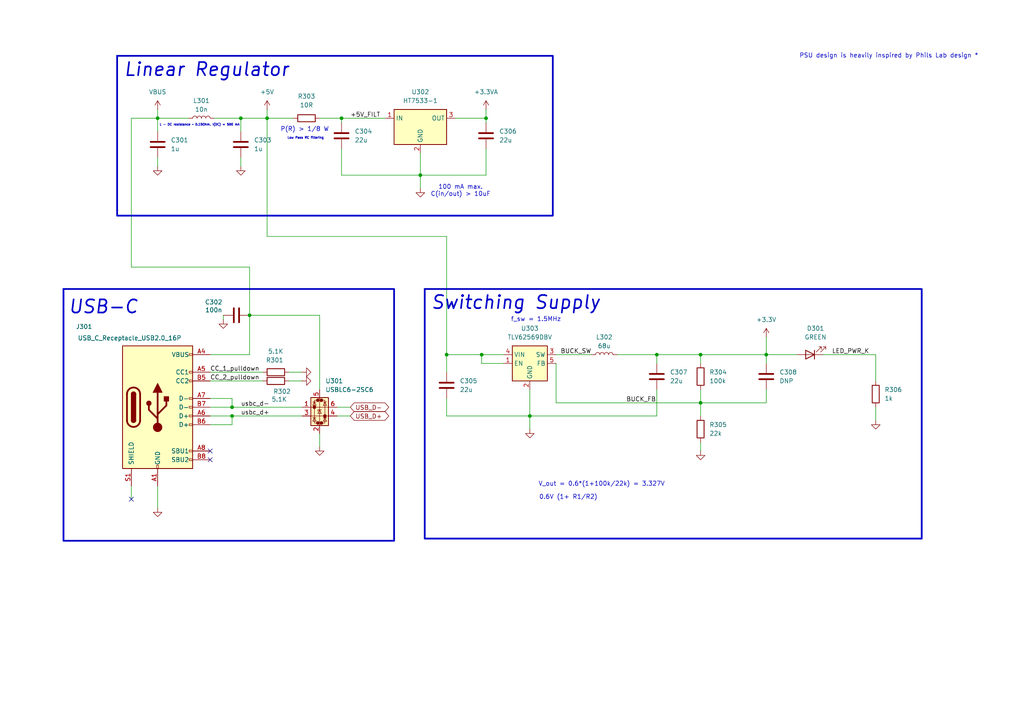
<source format=kicad_sch>
(kicad_sch
	(version 20250114)
	(generator "eeschema")
	(generator_version "9.0")
	(uuid "4c7c19d6-de5f-487c-95e1-b365bc4dbcc6")
	(paper "A4")
	(title_block
		(title "Motion_Tracker_V0")
	)
	(lib_symbols
		(symbol "Connector:USB_C_Receptacle_USB2.0_16P"
			(pin_names
				(offset 1.016)
			)
			(exclude_from_sim no)
			(in_bom yes)
			(on_board yes)
			(property "Reference" "J"
				(at 0 22.225 0)
				(effects
					(font
						(size 1.27 1.27)
					)
				)
			)
			(property "Value" "USB_C_Receptacle_USB2.0_16P"
				(at 0 19.685 0)
				(effects
					(font
						(size 1.27 1.27)
					)
				)
			)
			(property "Footprint" ""
				(at 3.81 0 0)
				(effects
					(font
						(size 1.27 1.27)
					)
					(hide yes)
				)
			)
			(property "Datasheet" "https://www.usb.org/sites/default/files/documents/usb_type-c.zip"
				(at 3.81 0 0)
				(effects
					(font
						(size 1.27 1.27)
					)
					(hide yes)
				)
			)
			(property "Description" "USB 2.0-only 16P Type-C Receptacle connector"
				(at 0 0 0)
				(effects
					(font
						(size 1.27 1.27)
					)
					(hide yes)
				)
			)
			(property "ki_keywords" "usb universal serial bus type-C USB2.0"
				(at 0 0 0)
				(effects
					(font
						(size 1.27 1.27)
					)
					(hide yes)
				)
			)
			(property "ki_fp_filters" "USB*C*Receptacle*"
				(at 0 0 0)
				(effects
					(font
						(size 1.27 1.27)
					)
					(hide yes)
				)
			)
			(symbol "USB_C_Receptacle_USB2.0_16P_0_0"
				(rectangle
					(start -0.254 -17.78)
					(end 0.254 -16.764)
					(stroke
						(width 0)
						(type default)
					)
					(fill
						(type none)
					)
				)
				(rectangle
					(start 10.16 15.494)
					(end 9.144 14.986)
					(stroke
						(width 0)
						(type default)
					)
					(fill
						(type none)
					)
				)
				(rectangle
					(start 10.16 10.414)
					(end 9.144 9.906)
					(stroke
						(width 0)
						(type default)
					)
					(fill
						(type none)
					)
				)
				(rectangle
					(start 10.16 7.874)
					(end 9.144 7.366)
					(stroke
						(width 0)
						(type default)
					)
					(fill
						(type none)
					)
				)
				(rectangle
					(start 10.16 2.794)
					(end 9.144 2.286)
					(stroke
						(width 0)
						(type default)
					)
					(fill
						(type none)
					)
				)
				(rectangle
					(start 10.16 0.254)
					(end 9.144 -0.254)
					(stroke
						(width 0)
						(type default)
					)
					(fill
						(type none)
					)
				)
				(rectangle
					(start 10.16 -2.286)
					(end 9.144 -2.794)
					(stroke
						(width 0)
						(type default)
					)
					(fill
						(type none)
					)
				)
				(rectangle
					(start 10.16 -4.826)
					(end 9.144 -5.334)
					(stroke
						(width 0)
						(type default)
					)
					(fill
						(type none)
					)
				)
				(rectangle
					(start 10.16 -12.446)
					(end 9.144 -12.954)
					(stroke
						(width 0)
						(type default)
					)
					(fill
						(type none)
					)
				)
				(rectangle
					(start 10.16 -14.986)
					(end 9.144 -15.494)
					(stroke
						(width 0)
						(type default)
					)
					(fill
						(type none)
					)
				)
			)
			(symbol "USB_C_Receptacle_USB2.0_16P_0_1"
				(rectangle
					(start -10.16 17.78)
					(end 10.16 -17.78)
					(stroke
						(width 0.254)
						(type default)
					)
					(fill
						(type background)
					)
				)
				(polyline
					(pts
						(xy -8.89 -3.81) (xy -8.89 3.81)
					)
					(stroke
						(width 0.508)
						(type default)
					)
					(fill
						(type none)
					)
				)
				(rectangle
					(start -7.62 -3.81)
					(end -6.35 3.81)
					(stroke
						(width 0.254)
						(type default)
					)
					(fill
						(type outline)
					)
				)
				(arc
					(start -7.62 3.81)
					(mid -6.985 4.4423)
					(end -6.35 3.81)
					(stroke
						(width 0.254)
						(type default)
					)
					(fill
						(type none)
					)
				)
				(arc
					(start -7.62 3.81)
					(mid -6.985 4.4423)
					(end -6.35 3.81)
					(stroke
						(width 0.254)
						(type default)
					)
					(fill
						(type outline)
					)
				)
				(arc
					(start -8.89 3.81)
					(mid -6.985 5.7067)
					(end -5.08 3.81)
					(stroke
						(width 0.508)
						(type default)
					)
					(fill
						(type none)
					)
				)
				(arc
					(start -5.08 -3.81)
					(mid -6.985 -5.7067)
					(end -8.89 -3.81)
					(stroke
						(width 0.508)
						(type default)
					)
					(fill
						(type none)
					)
				)
				(arc
					(start -6.35 -3.81)
					(mid -6.985 -4.4423)
					(end -7.62 -3.81)
					(stroke
						(width 0.254)
						(type default)
					)
					(fill
						(type none)
					)
				)
				(arc
					(start -6.35 -3.81)
					(mid -6.985 -4.4423)
					(end -7.62 -3.81)
					(stroke
						(width 0.254)
						(type default)
					)
					(fill
						(type outline)
					)
				)
				(polyline
					(pts
						(xy -5.08 3.81) (xy -5.08 -3.81)
					)
					(stroke
						(width 0.508)
						(type default)
					)
					(fill
						(type none)
					)
				)
				(circle
					(center -2.54 1.143)
					(radius 0.635)
					(stroke
						(width 0.254)
						(type default)
					)
					(fill
						(type outline)
					)
				)
				(polyline
					(pts
						(xy -1.27 4.318) (xy 0 6.858) (xy 1.27 4.318) (xy -1.27 4.318)
					)
					(stroke
						(width 0.254)
						(type default)
					)
					(fill
						(type outline)
					)
				)
				(polyline
					(pts
						(xy 0 -2.032) (xy 2.54 0.508) (xy 2.54 1.778)
					)
					(stroke
						(width 0.508)
						(type default)
					)
					(fill
						(type none)
					)
				)
				(polyline
					(pts
						(xy 0 -3.302) (xy -2.54 -0.762) (xy -2.54 0.508)
					)
					(stroke
						(width 0.508)
						(type default)
					)
					(fill
						(type none)
					)
				)
				(polyline
					(pts
						(xy 0 -5.842) (xy 0 4.318)
					)
					(stroke
						(width 0.508)
						(type default)
					)
					(fill
						(type none)
					)
				)
				(circle
					(center 0 -5.842)
					(radius 1.27)
					(stroke
						(width 0)
						(type default)
					)
					(fill
						(type outline)
					)
				)
				(rectangle
					(start 1.905 1.778)
					(end 3.175 3.048)
					(stroke
						(width 0.254)
						(type default)
					)
					(fill
						(type outline)
					)
				)
			)
			(symbol "USB_C_Receptacle_USB2.0_16P_1_1"
				(pin passive line
					(at -7.62 -22.86 90)
					(length 5.08)
					(name "SHIELD"
						(effects
							(font
								(size 1.27 1.27)
							)
						)
					)
					(number "S1"
						(effects
							(font
								(size 1.27 1.27)
							)
						)
					)
				)
				(pin passive line
					(at 0 -22.86 90)
					(length 5.08)
					(name "GND"
						(effects
							(font
								(size 1.27 1.27)
							)
						)
					)
					(number "A1"
						(effects
							(font
								(size 1.27 1.27)
							)
						)
					)
				)
				(pin passive line
					(at 0 -22.86 90)
					(length 5.08)
					(hide yes)
					(name "GND"
						(effects
							(font
								(size 1.27 1.27)
							)
						)
					)
					(number "A12"
						(effects
							(font
								(size 1.27 1.27)
							)
						)
					)
				)
				(pin passive line
					(at 0 -22.86 90)
					(length 5.08)
					(hide yes)
					(name "GND"
						(effects
							(font
								(size 1.27 1.27)
							)
						)
					)
					(number "B1"
						(effects
							(font
								(size 1.27 1.27)
							)
						)
					)
				)
				(pin passive line
					(at 0 -22.86 90)
					(length 5.08)
					(hide yes)
					(name "GND"
						(effects
							(font
								(size 1.27 1.27)
							)
						)
					)
					(number "B12"
						(effects
							(font
								(size 1.27 1.27)
							)
						)
					)
				)
				(pin passive line
					(at 15.24 15.24 180)
					(length 5.08)
					(name "VBUS"
						(effects
							(font
								(size 1.27 1.27)
							)
						)
					)
					(number "A4"
						(effects
							(font
								(size 1.27 1.27)
							)
						)
					)
				)
				(pin passive line
					(at 15.24 15.24 180)
					(length 5.08)
					(hide yes)
					(name "VBUS"
						(effects
							(font
								(size 1.27 1.27)
							)
						)
					)
					(number "A9"
						(effects
							(font
								(size 1.27 1.27)
							)
						)
					)
				)
				(pin passive line
					(at 15.24 15.24 180)
					(length 5.08)
					(hide yes)
					(name "VBUS"
						(effects
							(font
								(size 1.27 1.27)
							)
						)
					)
					(number "B4"
						(effects
							(font
								(size 1.27 1.27)
							)
						)
					)
				)
				(pin passive line
					(at 15.24 15.24 180)
					(length 5.08)
					(hide yes)
					(name "VBUS"
						(effects
							(font
								(size 1.27 1.27)
							)
						)
					)
					(number "B9"
						(effects
							(font
								(size 1.27 1.27)
							)
						)
					)
				)
				(pin bidirectional line
					(at 15.24 10.16 180)
					(length 5.08)
					(name "CC1"
						(effects
							(font
								(size 1.27 1.27)
							)
						)
					)
					(number "A5"
						(effects
							(font
								(size 1.27 1.27)
							)
						)
					)
				)
				(pin bidirectional line
					(at 15.24 7.62 180)
					(length 5.08)
					(name "CC2"
						(effects
							(font
								(size 1.27 1.27)
							)
						)
					)
					(number "B5"
						(effects
							(font
								(size 1.27 1.27)
							)
						)
					)
				)
				(pin bidirectional line
					(at 15.24 2.54 180)
					(length 5.08)
					(name "D-"
						(effects
							(font
								(size 1.27 1.27)
							)
						)
					)
					(number "A7"
						(effects
							(font
								(size 1.27 1.27)
							)
						)
					)
				)
				(pin bidirectional line
					(at 15.24 0 180)
					(length 5.08)
					(name "D-"
						(effects
							(font
								(size 1.27 1.27)
							)
						)
					)
					(number "B7"
						(effects
							(font
								(size 1.27 1.27)
							)
						)
					)
				)
				(pin bidirectional line
					(at 15.24 -2.54 180)
					(length 5.08)
					(name "D+"
						(effects
							(font
								(size 1.27 1.27)
							)
						)
					)
					(number "A6"
						(effects
							(font
								(size 1.27 1.27)
							)
						)
					)
				)
				(pin bidirectional line
					(at 15.24 -5.08 180)
					(length 5.08)
					(name "D+"
						(effects
							(font
								(size 1.27 1.27)
							)
						)
					)
					(number "B6"
						(effects
							(font
								(size 1.27 1.27)
							)
						)
					)
				)
				(pin bidirectional line
					(at 15.24 -12.7 180)
					(length 5.08)
					(name "SBU1"
						(effects
							(font
								(size 1.27 1.27)
							)
						)
					)
					(number "A8"
						(effects
							(font
								(size 1.27 1.27)
							)
						)
					)
				)
				(pin bidirectional line
					(at 15.24 -15.24 180)
					(length 5.08)
					(name "SBU2"
						(effects
							(font
								(size 1.27 1.27)
							)
						)
					)
					(number "B8"
						(effects
							(font
								(size 1.27 1.27)
							)
						)
					)
				)
			)
			(embedded_fonts no)
		)
		(symbol "Device:C"
			(pin_numbers
				(hide yes)
			)
			(pin_names
				(offset 0.254)
			)
			(exclude_from_sim no)
			(in_bom yes)
			(on_board yes)
			(property "Reference" "C"
				(at 0.635 2.54 0)
				(effects
					(font
						(size 1.27 1.27)
					)
					(justify left)
				)
			)
			(property "Value" "C"
				(at 0.635 -2.54 0)
				(effects
					(font
						(size 1.27 1.27)
					)
					(justify left)
				)
			)
			(property "Footprint" ""
				(at 0.9652 -3.81 0)
				(effects
					(font
						(size 1.27 1.27)
					)
					(hide yes)
				)
			)
			(property "Datasheet" "~"
				(at 0 0 0)
				(effects
					(font
						(size 1.27 1.27)
					)
					(hide yes)
				)
			)
			(property "Description" "Unpolarized capacitor"
				(at 0 0 0)
				(effects
					(font
						(size 1.27 1.27)
					)
					(hide yes)
				)
			)
			(property "ki_keywords" "cap capacitor"
				(at 0 0 0)
				(effects
					(font
						(size 1.27 1.27)
					)
					(hide yes)
				)
			)
			(property "ki_fp_filters" "C_*"
				(at 0 0 0)
				(effects
					(font
						(size 1.27 1.27)
					)
					(hide yes)
				)
			)
			(symbol "C_0_1"
				(polyline
					(pts
						(xy -2.032 0.762) (xy 2.032 0.762)
					)
					(stroke
						(width 0.508)
						(type default)
					)
					(fill
						(type none)
					)
				)
				(polyline
					(pts
						(xy -2.032 -0.762) (xy 2.032 -0.762)
					)
					(stroke
						(width 0.508)
						(type default)
					)
					(fill
						(type none)
					)
				)
			)
			(symbol "C_1_1"
				(pin passive line
					(at 0 3.81 270)
					(length 2.794)
					(name "~"
						(effects
							(font
								(size 1.27 1.27)
							)
						)
					)
					(number "1"
						(effects
							(font
								(size 1.27 1.27)
							)
						)
					)
				)
				(pin passive line
					(at 0 -3.81 90)
					(length 2.794)
					(name "~"
						(effects
							(font
								(size 1.27 1.27)
							)
						)
					)
					(number "2"
						(effects
							(font
								(size 1.27 1.27)
							)
						)
					)
				)
			)
			(embedded_fonts no)
		)
		(symbol "Device:L"
			(pin_numbers
				(hide yes)
			)
			(pin_names
				(offset 1.016)
				(hide yes)
			)
			(exclude_from_sim no)
			(in_bom yes)
			(on_board yes)
			(property "Reference" "L"
				(at -1.27 0 90)
				(effects
					(font
						(size 1.27 1.27)
					)
				)
			)
			(property "Value" "L"
				(at 1.905 0 90)
				(effects
					(font
						(size 1.27 1.27)
					)
				)
			)
			(property "Footprint" ""
				(at 0 0 0)
				(effects
					(font
						(size 1.27 1.27)
					)
					(hide yes)
				)
			)
			(property "Datasheet" "~"
				(at 0 0 0)
				(effects
					(font
						(size 1.27 1.27)
					)
					(hide yes)
				)
			)
			(property "Description" "Inductor"
				(at 0 0 0)
				(effects
					(font
						(size 1.27 1.27)
					)
					(hide yes)
				)
			)
			(property "ki_keywords" "inductor choke coil reactor magnetic"
				(at 0 0 0)
				(effects
					(font
						(size 1.27 1.27)
					)
					(hide yes)
				)
			)
			(property "ki_fp_filters" "Choke_* *Coil* Inductor_* L_*"
				(at 0 0 0)
				(effects
					(font
						(size 1.27 1.27)
					)
					(hide yes)
				)
			)
			(symbol "L_0_1"
				(arc
					(start 0 2.54)
					(mid 0.6323 1.905)
					(end 0 1.27)
					(stroke
						(width 0)
						(type default)
					)
					(fill
						(type none)
					)
				)
				(arc
					(start 0 1.27)
					(mid 0.6323 0.635)
					(end 0 0)
					(stroke
						(width 0)
						(type default)
					)
					(fill
						(type none)
					)
				)
				(arc
					(start 0 0)
					(mid 0.6323 -0.635)
					(end 0 -1.27)
					(stroke
						(width 0)
						(type default)
					)
					(fill
						(type none)
					)
				)
				(arc
					(start 0 -1.27)
					(mid 0.6323 -1.905)
					(end 0 -2.54)
					(stroke
						(width 0)
						(type default)
					)
					(fill
						(type none)
					)
				)
			)
			(symbol "L_1_1"
				(pin passive line
					(at 0 3.81 270)
					(length 1.27)
					(name "1"
						(effects
							(font
								(size 1.27 1.27)
							)
						)
					)
					(number "1"
						(effects
							(font
								(size 1.27 1.27)
							)
						)
					)
				)
				(pin passive line
					(at 0 -3.81 90)
					(length 1.27)
					(name "2"
						(effects
							(font
								(size 1.27 1.27)
							)
						)
					)
					(number "2"
						(effects
							(font
								(size 1.27 1.27)
							)
						)
					)
				)
			)
			(embedded_fonts no)
		)
		(symbol "Device:LED"
			(pin_numbers
				(hide yes)
			)
			(pin_names
				(offset 1.016)
				(hide yes)
			)
			(exclude_from_sim no)
			(in_bom yes)
			(on_board yes)
			(property "Reference" "D"
				(at 0 2.54 0)
				(effects
					(font
						(size 1.27 1.27)
					)
				)
			)
			(property "Value" "LED"
				(at 0 -2.54 0)
				(effects
					(font
						(size 1.27 1.27)
					)
				)
			)
			(property "Footprint" ""
				(at 0 0 0)
				(effects
					(font
						(size 1.27 1.27)
					)
					(hide yes)
				)
			)
			(property "Datasheet" "~"
				(at 0 0 0)
				(effects
					(font
						(size 1.27 1.27)
					)
					(hide yes)
				)
			)
			(property "Description" "Light emitting diode"
				(at 0 0 0)
				(effects
					(font
						(size 1.27 1.27)
					)
					(hide yes)
				)
			)
			(property "Sim.Pins" "1=K 2=A"
				(at 0 0 0)
				(effects
					(font
						(size 1.27 1.27)
					)
					(hide yes)
				)
			)
			(property "ki_keywords" "LED diode"
				(at 0 0 0)
				(effects
					(font
						(size 1.27 1.27)
					)
					(hide yes)
				)
			)
			(property "ki_fp_filters" "LED* LED_SMD:* LED_THT:*"
				(at 0 0 0)
				(effects
					(font
						(size 1.27 1.27)
					)
					(hide yes)
				)
			)
			(symbol "LED_0_1"
				(polyline
					(pts
						(xy -3.048 -0.762) (xy -4.572 -2.286) (xy -3.81 -2.286) (xy -4.572 -2.286) (xy -4.572 -1.524)
					)
					(stroke
						(width 0)
						(type default)
					)
					(fill
						(type none)
					)
				)
				(polyline
					(pts
						(xy -1.778 -0.762) (xy -3.302 -2.286) (xy -2.54 -2.286) (xy -3.302 -2.286) (xy -3.302 -1.524)
					)
					(stroke
						(width 0)
						(type default)
					)
					(fill
						(type none)
					)
				)
				(polyline
					(pts
						(xy -1.27 0) (xy 1.27 0)
					)
					(stroke
						(width 0)
						(type default)
					)
					(fill
						(type none)
					)
				)
				(polyline
					(pts
						(xy -1.27 -1.27) (xy -1.27 1.27)
					)
					(stroke
						(width 0.254)
						(type default)
					)
					(fill
						(type none)
					)
				)
				(polyline
					(pts
						(xy 1.27 -1.27) (xy 1.27 1.27) (xy -1.27 0) (xy 1.27 -1.27)
					)
					(stroke
						(width 0.254)
						(type default)
					)
					(fill
						(type none)
					)
				)
			)
			(symbol "LED_1_1"
				(pin passive line
					(at -3.81 0 0)
					(length 2.54)
					(name "K"
						(effects
							(font
								(size 1.27 1.27)
							)
						)
					)
					(number "1"
						(effects
							(font
								(size 1.27 1.27)
							)
						)
					)
				)
				(pin passive line
					(at 3.81 0 180)
					(length 2.54)
					(name "A"
						(effects
							(font
								(size 1.27 1.27)
							)
						)
					)
					(number "2"
						(effects
							(font
								(size 1.27 1.27)
							)
						)
					)
				)
			)
			(embedded_fonts no)
		)
		(symbol "Device:R"
			(pin_numbers
				(hide yes)
			)
			(pin_names
				(offset 0)
			)
			(exclude_from_sim no)
			(in_bom yes)
			(on_board yes)
			(property "Reference" "R"
				(at 2.032 0 90)
				(effects
					(font
						(size 1.27 1.27)
					)
				)
			)
			(property "Value" "R"
				(at 0 0 90)
				(effects
					(font
						(size 1.27 1.27)
					)
				)
			)
			(property "Footprint" ""
				(at -1.778 0 90)
				(effects
					(font
						(size 1.27 1.27)
					)
					(hide yes)
				)
			)
			(property "Datasheet" "~"
				(at 0 0 0)
				(effects
					(font
						(size 1.27 1.27)
					)
					(hide yes)
				)
			)
			(property "Description" "Resistor"
				(at 0 0 0)
				(effects
					(font
						(size 1.27 1.27)
					)
					(hide yes)
				)
			)
			(property "ki_keywords" "R res resistor"
				(at 0 0 0)
				(effects
					(font
						(size 1.27 1.27)
					)
					(hide yes)
				)
			)
			(property "ki_fp_filters" "R_*"
				(at 0 0 0)
				(effects
					(font
						(size 1.27 1.27)
					)
					(hide yes)
				)
			)
			(symbol "R_0_1"
				(rectangle
					(start -1.016 -2.54)
					(end 1.016 2.54)
					(stroke
						(width 0.254)
						(type default)
					)
					(fill
						(type none)
					)
				)
			)
			(symbol "R_1_1"
				(pin passive line
					(at 0 3.81 270)
					(length 1.27)
					(name "~"
						(effects
							(font
								(size 1.27 1.27)
							)
						)
					)
					(number "1"
						(effects
							(font
								(size 1.27 1.27)
							)
						)
					)
				)
				(pin passive line
					(at 0 -3.81 90)
					(length 1.27)
					(name "~"
						(effects
							(font
								(size 1.27 1.27)
							)
						)
					)
					(number "2"
						(effects
							(font
								(size 1.27 1.27)
							)
						)
					)
				)
			)
			(embedded_fonts no)
		)
		(symbol "Non_KiCad_Symbols:HT7533-1"
			(exclude_from_sim no)
			(in_bom yes)
			(on_board yes)
			(property "Reference" "U"
				(at -7.62 6.35 0)
				(effects
					(font
						(size 1.27 1.27)
					)
					(justify left)
				)
			)
			(property "Value" "HT7533-1"
				(at -1.27 6.35 0)
				(effects
					(font
						(size 1.27 1.27)
					)
					(justify left)
				)
			)
			(property "Footprint" "Package_TO_SOT_SMD:SOT-223-3_TabPin2"
				(at 0 -11.43 0)
				(effects
					(font
						(size 1.27 1.27)
					)
					(hide yes)
				)
			)
			(property "Datasheet" "https://mm.digikey.com/Volume0/opasdata/d220001/medias/docus/5034/HT75xx.pdf"
				(at 0 -13.97 0)
				(effects
					(font
						(size 1.27 1.27)
					)
					(hide yes)
				)
			)
			(property "Description" "IC REG LINEAR 3.3V 100MA SOT89-3"
				(at 0 0 0)
				(effects
					(font
						(size 1.27 1.27)
					)
					(hide yes)
				)
			)
			(property "ki_keywords" "LDO voltage regulator fixed"
				(at 0 0 0)
				(effects
					(font
						(size 1.27 1.27)
					)
					(hide yes)
				)
			)
			(property "ki_fp_filters" "SOT*223*"
				(at 0 0 0)
				(effects
					(font
						(size 1.27 1.27)
					)
					(hide yes)
				)
			)
			(symbol "HT7533-1_0_1"
				(rectangle
					(start -7.62 5.08)
					(end 7.62 -5.08)
					(stroke
						(width 0.254)
						(type default)
					)
					(fill
						(type background)
					)
				)
			)
			(symbol "HT7533-1_1_1"
				(pin power_in line
					(at -10.16 2.54 0)
					(length 2.54)
					(name "IN"
						(effects
							(font
								(size 1.27 1.27)
							)
						)
					)
					(number "1"
						(effects
							(font
								(size 1.27 1.27)
							)
						)
					)
				)
				(pin power_in line
					(at 0 -7.62 90)
					(length 2.54)
					(name "GND"
						(effects
							(font
								(size 1.27 1.27)
							)
						)
					)
					(number "2"
						(effects
							(font
								(size 1.27 1.27)
							)
						)
					)
				)
				(pin power_out line
					(at 10.16 2.54 180)
					(length 2.54)
					(name "OUT"
						(effects
							(font
								(size 1.27 1.27)
							)
						)
					)
					(number "3"
						(effects
							(font
								(size 1.27 1.27)
							)
						)
					)
				)
			)
			(embedded_fonts no)
		)
		(symbol "Power_Protection:USBLC6-2SC6"
			(pin_names
				(hide yes)
			)
			(exclude_from_sim no)
			(in_bom yes)
			(on_board yes)
			(property "Reference" "U"
				(at 0.635 5.715 0)
				(effects
					(font
						(size 1.27 1.27)
					)
					(justify left)
				)
			)
			(property "Value" "USBLC6-2SC6"
				(at 0.635 3.81 0)
				(effects
					(font
						(size 1.27 1.27)
					)
					(justify left)
				)
			)
			(property "Footprint" "Package_TO_SOT_SMD:SOT-23-6"
				(at 1.27 -6.35 0)
				(effects
					(font
						(size 1.27 1.27)
						(italic yes)
					)
					(justify left)
					(hide yes)
				)
			)
			(property "Datasheet" "https://www.st.com/resource/en/datasheet/usblc6-2.pdf"
				(at 1.27 -8.255 0)
				(effects
					(font
						(size 1.27 1.27)
					)
					(justify left)
					(hide yes)
				)
			)
			(property "Description" "Very low capacitance ESD protection diode, 2 data-line, SOT-23-6"
				(at 0 0 0)
				(effects
					(font
						(size 1.27 1.27)
					)
					(hide yes)
				)
			)
			(property "ki_keywords" "usb ethernet video"
				(at 0 0 0)
				(effects
					(font
						(size 1.27 1.27)
					)
					(hide yes)
				)
			)
			(property "ki_fp_filters" "SOT?23*"
				(at 0 0 0)
				(effects
					(font
						(size 1.27 1.27)
					)
					(hide yes)
				)
			)
			(symbol "USBLC6-2SC6_0_0"
				(circle
					(center -1.524 0)
					(radius 0.0001)
					(stroke
						(width 0.508)
						(type default)
					)
					(fill
						(type none)
					)
				)
				(circle
					(center -0.508 2.032)
					(radius 0.0001)
					(stroke
						(width 0.508)
						(type default)
					)
					(fill
						(type none)
					)
				)
				(circle
					(center -0.508 -4.572)
					(radius 0.0001)
					(stroke
						(width 0.508)
						(type default)
					)
					(fill
						(type none)
					)
				)
				(circle
					(center 0.508 2.032)
					(radius 0.0001)
					(stroke
						(width 0.508)
						(type default)
					)
					(fill
						(type none)
					)
				)
				(circle
					(center 0.508 -4.572)
					(radius 0.0001)
					(stroke
						(width 0.508)
						(type default)
					)
					(fill
						(type none)
					)
				)
				(circle
					(center 1.524 -2.54)
					(radius 0.0001)
					(stroke
						(width 0.508)
						(type default)
					)
					(fill
						(type none)
					)
				)
			)
			(symbol "USBLC6-2SC6_0_1"
				(polyline
					(pts
						(xy -2.54 0) (xy 2.54 0)
					)
					(stroke
						(width 0)
						(type default)
					)
					(fill
						(type none)
					)
				)
				(polyline
					(pts
						(xy -2.54 -2.54) (xy 2.54 -2.54)
					)
					(stroke
						(width 0)
						(type default)
					)
					(fill
						(type none)
					)
				)
				(polyline
					(pts
						(xy -2.032 0.508) (xy -1.016 0.508) (xy -1.524 1.524) (xy -2.032 0.508)
					)
					(stroke
						(width 0)
						(type default)
					)
					(fill
						(type none)
					)
				)
				(polyline
					(pts
						(xy -2.032 -3.048) (xy -1.016 -3.048)
					)
					(stroke
						(width 0)
						(type default)
					)
					(fill
						(type none)
					)
				)
				(polyline
					(pts
						(xy -1.016 1.524) (xy -2.032 1.524)
					)
					(stroke
						(width 0)
						(type default)
					)
					(fill
						(type none)
					)
				)
				(polyline
					(pts
						(xy -1.016 -4.064) (xy -2.032 -4.064) (xy -1.524 -3.048) (xy -1.016 -4.064)
					)
					(stroke
						(width 0)
						(type default)
					)
					(fill
						(type none)
					)
				)
				(polyline
					(pts
						(xy -0.508 -1.143) (xy -0.508 -0.762) (xy 0.508 -0.762)
					)
					(stroke
						(width 0)
						(type default)
					)
					(fill
						(type none)
					)
				)
				(polyline
					(pts
						(xy 0 2.54) (xy -0.508 2.032) (xy 0.508 2.032) (xy 0 1.524) (xy 0 -4.064) (xy -0.508 -4.572) (xy 0.508 -4.572)
						(xy 0 -5.08)
					)
					(stroke
						(width 0)
						(type default)
					)
					(fill
						(type none)
					)
				)
				(polyline
					(pts
						(xy 0.508 -1.778) (xy -0.508 -1.778) (xy 0 -0.762) (xy 0.508 -1.778)
					)
					(stroke
						(width 0)
						(type default)
					)
					(fill
						(type none)
					)
				)
				(polyline
					(pts
						(xy 1.016 1.524) (xy 2.032 1.524)
					)
					(stroke
						(width 0)
						(type default)
					)
					(fill
						(type none)
					)
				)
				(polyline
					(pts
						(xy 1.016 -3.048) (xy 2.032 -3.048)
					)
					(stroke
						(width 0)
						(type default)
					)
					(fill
						(type none)
					)
				)
				(polyline
					(pts
						(xy 2.032 0.508) (xy 1.016 0.508) (xy 1.524 1.524) (xy 2.032 0.508)
					)
					(stroke
						(width 0)
						(type default)
					)
					(fill
						(type none)
					)
				)
				(polyline
					(pts
						(xy 2.032 -4.064) (xy 1.016 -4.064) (xy 1.524 -3.048) (xy 2.032 -4.064)
					)
					(stroke
						(width 0)
						(type default)
					)
					(fill
						(type none)
					)
				)
			)
			(symbol "USBLC6-2SC6_1_1"
				(rectangle
					(start -2.54 2.794)
					(end 2.54 -5.334)
					(stroke
						(width 0.254)
						(type default)
					)
					(fill
						(type background)
					)
				)
				(polyline
					(pts
						(xy -0.508 2.032) (xy -1.524 2.032) (xy -1.524 -4.572) (xy -0.508 -4.572)
					)
					(stroke
						(width 0)
						(type default)
					)
					(fill
						(type none)
					)
				)
				(polyline
					(pts
						(xy 0.508 -4.572) (xy 1.524 -4.572) (xy 1.524 2.032) (xy 0.508 2.032)
					)
					(stroke
						(width 0)
						(type default)
					)
					(fill
						(type none)
					)
				)
				(pin passive line
					(at -5.08 0 0)
					(length 2.54)
					(name "I/O1"
						(effects
							(font
								(size 1.27 1.27)
							)
						)
					)
					(number "1"
						(effects
							(font
								(size 1.27 1.27)
							)
						)
					)
				)
				(pin passive line
					(at -5.08 -2.54 0)
					(length 2.54)
					(name "I/O2"
						(effects
							(font
								(size 1.27 1.27)
							)
						)
					)
					(number "3"
						(effects
							(font
								(size 1.27 1.27)
							)
						)
					)
				)
				(pin passive line
					(at 0 5.08 270)
					(length 2.54)
					(name "VBUS"
						(effects
							(font
								(size 1.27 1.27)
							)
						)
					)
					(number "5"
						(effects
							(font
								(size 1.27 1.27)
							)
						)
					)
				)
				(pin passive line
					(at 0 -7.62 90)
					(length 2.54)
					(name "GND"
						(effects
							(font
								(size 1.27 1.27)
							)
						)
					)
					(number "2"
						(effects
							(font
								(size 1.27 1.27)
							)
						)
					)
				)
				(pin passive line
					(at 5.08 0 180)
					(length 2.54)
					(name "I/O1"
						(effects
							(font
								(size 1.27 1.27)
							)
						)
					)
					(number "6"
						(effects
							(font
								(size 1.27 1.27)
							)
						)
					)
				)
				(pin passive line
					(at 5.08 -2.54 180)
					(length 2.54)
					(name "I/O2"
						(effects
							(font
								(size 1.27 1.27)
							)
						)
					)
					(number "4"
						(effects
							(font
								(size 1.27 1.27)
							)
						)
					)
				)
			)
			(embedded_fonts no)
		)
		(symbol "Regulator_Switching:TLV62569DBV"
			(exclude_from_sim no)
			(in_bom yes)
			(on_board yes)
			(property "Reference" "U"
				(at -5.08 6.35 0)
				(effects
					(font
						(size 1.27 1.27)
					)
					(justify left)
				)
			)
			(property "Value" "TLV62569DBV"
				(at 0 6.35 0)
				(effects
					(font
						(size 1.27 1.27)
					)
					(justify left)
				)
			)
			(property "Footprint" "Package_TO_SOT_SMD:SOT-23-5"
				(at 1.27 -6.35 0)
				(effects
					(font
						(size 1.27 1.27)
						(italic yes)
					)
					(justify left)
					(hide yes)
				)
			)
			(property "Datasheet" "http://www.ti.com/lit/ds/symlink/tlv62569.pdf"
				(at -6.35 11.43 0)
				(effects
					(font
						(size 1.27 1.27)
					)
					(hide yes)
				)
			)
			(property "Description" "High Efficiency Synchronous Buck Converter, Adjustable Output 0.6V-5.5V, 2A, SOT-23-5"
				(at 0 0 0)
				(effects
					(font
						(size 1.27 1.27)
					)
					(hide yes)
				)
			)
			(property "ki_keywords" "Step-Down Buck DC-DC Regulator Adjustable"
				(at 0 0 0)
				(effects
					(font
						(size 1.27 1.27)
					)
					(hide yes)
				)
			)
			(property "ki_fp_filters" "SOT?23*"
				(at 0 0 0)
				(effects
					(font
						(size 1.27 1.27)
					)
					(hide yes)
				)
			)
			(symbol "TLV62569DBV_0_1"
				(rectangle
					(start -5.08 5.08)
					(end 5.08 -5.08)
					(stroke
						(width 0.254)
						(type default)
					)
					(fill
						(type background)
					)
				)
			)
			(symbol "TLV62569DBV_1_1"
				(pin power_in line
					(at -7.62 2.54 0)
					(length 2.54)
					(name "VIN"
						(effects
							(font
								(size 1.27 1.27)
							)
						)
					)
					(number "4"
						(effects
							(font
								(size 1.27 1.27)
							)
						)
					)
				)
				(pin input line
					(at -7.62 0 0)
					(length 2.54)
					(name "EN"
						(effects
							(font
								(size 1.27 1.27)
							)
						)
					)
					(number "1"
						(effects
							(font
								(size 1.27 1.27)
							)
						)
					)
				)
				(pin power_in line
					(at 0 -7.62 90)
					(length 2.54)
					(name "GND"
						(effects
							(font
								(size 1.27 1.27)
							)
						)
					)
					(number "2"
						(effects
							(font
								(size 1.27 1.27)
							)
						)
					)
				)
				(pin power_out line
					(at 7.62 2.54 180)
					(length 2.54)
					(name "SW"
						(effects
							(font
								(size 1.27 1.27)
							)
						)
					)
					(number "3"
						(effects
							(font
								(size 1.27 1.27)
							)
						)
					)
				)
				(pin input line
					(at 7.62 0 180)
					(length 2.54)
					(name "FB"
						(effects
							(font
								(size 1.27 1.27)
							)
						)
					)
					(number "5"
						(effects
							(font
								(size 1.27 1.27)
							)
						)
					)
				)
			)
			(embedded_fonts no)
		)
		(symbol "power:+3.3V"
			(power)
			(pin_numbers
				(hide yes)
			)
			(pin_names
				(offset 0)
				(hide yes)
			)
			(exclude_from_sim no)
			(in_bom yes)
			(on_board yes)
			(property "Reference" "#PWR"
				(at 0 -3.81 0)
				(effects
					(font
						(size 1.27 1.27)
					)
					(hide yes)
				)
			)
			(property "Value" "+3.3V"
				(at 0 3.556 0)
				(effects
					(font
						(size 1.27 1.27)
					)
				)
			)
			(property "Footprint" ""
				(at 0 0 0)
				(effects
					(font
						(size 1.27 1.27)
					)
					(hide yes)
				)
			)
			(property "Datasheet" ""
				(at 0 0 0)
				(effects
					(font
						(size 1.27 1.27)
					)
					(hide yes)
				)
			)
			(property "Description" "Power symbol creates a global label with name \"+3.3V\""
				(at 0 0 0)
				(effects
					(font
						(size 1.27 1.27)
					)
					(hide yes)
				)
			)
			(property "ki_keywords" "global power"
				(at 0 0 0)
				(effects
					(font
						(size 1.27 1.27)
					)
					(hide yes)
				)
			)
			(symbol "+3.3V_0_1"
				(polyline
					(pts
						(xy -0.762 1.27) (xy 0 2.54)
					)
					(stroke
						(width 0)
						(type default)
					)
					(fill
						(type none)
					)
				)
				(polyline
					(pts
						(xy 0 2.54) (xy 0.762 1.27)
					)
					(stroke
						(width 0)
						(type default)
					)
					(fill
						(type none)
					)
				)
				(polyline
					(pts
						(xy 0 0) (xy 0 2.54)
					)
					(stroke
						(width 0)
						(type default)
					)
					(fill
						(type none)
					)
				)
			)
			(symbol "+3.3V_1_1"
				(pin power_in line
					(at 0 0 90)
					(length 0)
					(name "~"
						(effects
							(font
								(size 1.27 1.27)
							)
						)
					)
					(number "1"
						(effects
							(font
								(size 1.27 1.27)
							)
						)
					)
				)
			)
			(embedded_fonts no)
		)
		(symbol "power:+5V"
			(power)
			(pin_numbers
				(hide yes)
			)
			(pin_names
				(offset 0)
				(hide yes)
			)
			(exclude_from_sim no)
			(in_bom yes)
			(on_board yes)
			(property "Reference" "#PWR"
				(at 0 -3.81 0)
				(effects
					(font
						(size 1.27 1.27)
					)
					(hide yes)
				)
			)
			(property "Value" "+5V"
				(at 0 3.556 0)
				(effects
					(font
						(size 1.27 1.27)
					)
				)
			)
			(property "Footprint" ""
				(at 0 0 0)
				(effects
					(font
						(size 1.27 1.27)
					)
					(hide yes)
				)
			)
			(property "Datasheet" ""
				(at 0 0 0)
				(effects
					(font
						(size 1.27 1.27)
					)
					(hide yes)
				)
			)
			(property "Description" "Power symbol creates a global label with name \"+5V\""
				(at 0 0 0)
				(effects
					(font
						(size 1.27 1.27)
					)
					(hide yes)
				)
			)
			(property "ki_keywords" "global power"
				(at 0 0 0)
				(effects
					(font
						(size 1.27 1.27)
					)
					(hide yes)
				)
			)
			(symbol "+5V_0_1"
				(polyline
					(pts
						(xy -0.762 1.27) (xy 0 2.54)
					)
					(stroke
						(width 0)
						(type default)
					)
					(fill
						(type none)
					)
				)
				(polyline
					(pts
						(xy 0 2.54) (xy 0.762 1.27)
					)
					(stroke
						(width 0)
						(type default)
					)
					(fill
						(type none)
					)
				)
				(polyline
					(pts
						(xy 0 0) (xy 0 2.54)
					)
					(stroke
						(width 0)
						(type default)
					)
					(fill
						(type none)
					)
				)
			)
			(symbol "+5V_1_1"
				(pin power_in line
					(at 0 0 90)
					(length 0)
					(name "~"
						(effects
							(font
								(size 1.27 1.27)
							)
						)
					)
					(number "1"
						(effects
							(font
								(size 1.27 1.27)
							)
						)
					)
				)
			)
			(embedded_fonts no)
		)
		(symbol "power:GND"
			(power)
			(pin_numbers
				(hide yes)
			)
			(pin_names
				(offset 0)
				(hide yes)
			)
			(exclude_from_sim no)
			(in_bom yes)
			(on_board yes)
			(property "Reference" "#PWR"
				(at 0 -6.35 0)
				(effects
					(font
						(size 1.27 1.27)
					)
					(hide yes)
				)
			)
			(property "Value" "GND"
				(at 0 -3.81 0)
				(effects
					(font
						(size 1.27 1.27)
					)
				)
			)
			(property "Footprint" ""
				(at 0 0 0)
				(effects
					(font
						(size 1.27 1.27)
					)
					(hide yes)
				)
			)
			(property "Datasheet" ""
				(at 0 0 0)
				(effects
					(font
						(size 1.27 1.27)
					)
					(hide yes)
				)
			)
			(property "Description" "Power symbol creates a global label with name \"GND\" , ground"
				(at 0 0 0)
				(effects
					(font
						(size 1.27 1.27)
					)
					(hide yes)
				)
			)
			(property "ki_keywords" "global power"
				(at 0 0 0)
				(effects
					(font
						(size 1.27 1.27)
					)
					(hide yes)
				)
			)
			(symbol "GND_0_1"
				(polyline
					(pts
						(xy 0 0) (xy 0 -1.27) (xy 1.27 -1.27) (xy 0 -2.54) (xy -1.27 -1.27) (xy 0 -1.27)
					)
					(stroke
						(width 0)
						(type default)
					)
					(fill
						(type none)
					)
				)
			)
			(symbol "GND_1_1"
				(pin power_in line
					(at 0 0 270)
					(length 0)
					(name "~"
						(effects
							(font
								(size 1.27 1.27)
							)
						)
					)
					(number "1"
						(effects
							(font
								(size 1.27 1.27)
							)
						)
					)
				)
			)
			(embedded_fonts no)
		)
		(symbol "power:VBUS"
			(power)
			(pin_numbers
				(hide yes)
			)
			(pin_names
				(offset 0)
				(hide yes)
			)
			(exclude_from_sim no)
			(in_bom yes)
			(on_board yes)
			(property "Reference" "#PWR"
				(at 0 -3.81 0)
				(effects
					(font
						(size 1.27 1.27)
					)
					(hide yes)
				)
			)
			(property "Value" "VBUS"
				(at 0 3.556 0)
				(effects
					(font
						(size 1.27 1.27)
					)
				)
			)
			(property "Footprint" ""
				(at 0 0 0)
				(effects
					(font
						(size 1.27 1.27)
					)
					(hide yes)
				)
			)
			(property "Datasheet" ""
				(at 0 0 0)
				(effects
					(font
						(size 1.27 1.27)
					)
					(hide yes)
				)
			)
			(property "Description" "Power symbol creates a global label with name \"VBUS\""
				(at 0 0 0)
				(effects
					(font
						(size 1.27 1.27)
					)
					(hide yes)
				)
			)
			(property "ki_keywords" "global power"
				(at 0 0 0)
				(effects
					(font
						(size 1.27 1.27)
					)
					(hide yes)
				)
			)
			(symbol "VBUS_0_1"
				(polyline
					(pts
						(xy -0.762 1.27) (xy 0 2.54)
					)
					(stroke
						(width 0)
						(type default)
					)
					(fill
						(type none)
					)
				)
				(polyline
					(pts
						(xy 0 2.54) (xy 0.762 1.27)
					)
					(stroke
						(width 0)
						(type default)
					)
					(fill
						(type none)
					)
				)
				(polyline
					(pts
						(xy 0 0) (xy 0 2.54)
					)
					(stroke
						(width 0)
						(type default)
					)
					(fill
						(type none)
					)
				)
			)
			(symbol "VBUS_1_1"
				(pin power_in line
					(at 0 0 90)
					(length 0)
					(name "~"
						(effects
							(font
								(size 1.27 1.27)
							)
						)
					)
					(number "1"
						(effects
							(font
								(size 1.27 1.27)
							)
						)
					)
				)
			)
			(embedded_fonts no)
		)
	)
	(rectangle
		(start 33.9725 16.1925)
		(end 160.3375 62.5475)
		(stroke
			(width 0.508)
			(type solid)
		)
		(fill
			(type none)
		)
		(uuid 37353a87-0704-4b15-ba33-761a6a2c8864)
	)
	(rectangle
		(start 123.19 83.82)
		(end 267.335 156.21)
		(stroke
			(width 0.508)
			(type solid)
		)
		(fill
			(type none)
		)
		(uuid 90a1b362-2a75-4975-9f75-5e758c7fb9ec)
	)
	(rectangle
		(start 18.415 83.82)
		(end 114.3 156.845)
		(stroke
			(width 0.508)
			(type solid)
		)
		(fill
			(type none)
		)
		(uuid b813eff5-4a0d-4c40-b5fa-19796f44df8f)
	)
	(text "USB-C"
		(exclude_from_sim no)
		(at 29.972 89.154 0)
		(effects
			(font
				(size 3.81 3.81)
				(thickness 0.4763)
				(italic yes)
			)
		)
		(uuid "11b3c4e1-7dc9-4bb6-95a6-10af93c2c934")
	)
	(text "Linear Regulator\n"
		(exclude_from_sim no)
		(at 59.944 20.32 0)
		(effects
			(font
				(face "KiCad Font")
				(size 3.81 3.81)
				(thickness 0.4763)
				(italic yes)
			)
		)
		(uuid "127e5cc3-1842-4d0f-b429-9cf185338a68")
	)
	(text "V_out = 0.6*(1+100k/22k) = 3.327V"
		(exclude_from_sim no)
		(at 174.498 140.462 0)
		(effects
			(font
				(size 1.27 1.27)
			)
		)
		(uuid "3addcc8f-2b88-488d-9e81-8d700d4cd809")
	)
	(text "Low Pass RC filtering\n"
		(exclude_from_sim no)
		(at 88.646 40.132 0)
		(effects
			(font
				(size 0.635 0.635)
			)
		)
		(uuid "476d6456-bd70-499e-af29-54fe0b001652")
	)
	(text "0.6V (1+ R1/R2)"
		(exclude_from_sim no)
		(at 164.846 144.272 0)
		(effects
			(font
				(size 1.27 1.27)
			)
		)
		(uuid "743813fa-ada7-4400-88aa-c1c4c11f54e6")
	)
	(text "f_sw = 1.5MHz\n"
		(exclude_from_sim no)
		(at 155.448 92.71 0)
		(effects
			(font
				(size 1.27 1.27)
			)
		)
		(uuid "8da11bf6-c672-405b-8078-79083a7c90c8")
	)
	(text "Switching Supply\n"
		(exclude_from_sim no)
		(at 149.606 87.884 0)
		(effects
			(font
				(size 3.81 3.81)
				(thickness 0.4763)
				(italic yes)
			)
		)
		(uuid "9857c133-4379-43b9-924c-be2083c4cb99")
	)
	(text "L - DC resistance ~ 0.15Ohm, I(DC) = 500 mA"
		(exclude_from_sim no)
		(at 57.912 36.322 0)
		(effects
			(font
				(size 0.635 0.635)
			)
		)
		(uuid "b67ef52f-0e25-4158-b53b-e31c691e526c")
	)
	(text "P(R) > 1/8 W\n"
		(exclude_from_sim no)
		(at 88.392 37.592 0)
		(effects
			(font
				(size 1.27 1.27)
			)
		)
		(uuid "d01c7d9e-a3af-43db-855e-c499704622d9")
	)
	(text "100 mA max.\nC(in/out) > 10uF\n"
		(exclude_from_sim no)
		(at 133.604 55.372 0)
		(effects
			(font
				(size 1.27 1.27)
			)
		)
		(uuid "d41bffd0-c78a-4b13-951e-5e7d2445b700")
	)
	(text "PSU design is heavily inspired by Phils Lab design *"
		(exclude_from_sim no)
		(at 257.81 16.256 0)
		(effects
			(font
				(size 1.27 1.27)
			)
		)
		(uuid "d50785c4-3ff7-4cb9-9abb-dbe747503c16")
	)
	(junction
		(at 67.31 118.11)
		(diameter 0)
		(color 0 0 0 0)
		(uuid "0535ac1f-818c-4381-9498-8a255f845efb")
	)
	(junction
		(at 203.2 102.87)
		(diameter 0)
		(color 0 0 0 0)
		(uuid "0ac870c4-65ce-4688-8b12-c325b016b438")
	)
	(junction
		(at 69.85 34.29)
		(diameter 0)
		(color 0 0 0 0)
		(uuid "16945ac7-8cf9-4d9c-9cec-8786c9f55267")
	)
	(junction
		(at 121.92 50.8)
		(diameter 0)
		(color 0 0 0 0)
		(uuid "1fc73e68-d3df-4e45-84cc-0ea3b9278055")
	)
	(junction
		(at 190.5 102.87)
		(diameter 0)
		(color 0 0 0 0)
		(uuid "276dd23c-0cc5-4848-9d23-d2f113c716a6")
	)
	(junction
		(at 140.97 34.29)
		(diameter 0)
		(color 0 0 0 0)
		(uuid "475d803c-a6d6-429f-b4e5-71021d3f9173")
	)
	(junction
		(at 129.54 102.87)
		(diameter 0)
		(color 0 0 0 0)
		(uuid "5c7d8055-e112-4559-aff3-969dfb536771")
	)
	(junction
		(at 203.2 116.84)
		(diameter 0)
		(color 0 0 0 0)
		(uuid "7258ee05-bcb4-4a35-8fa5-8ef41c2f81b2")
	)
	(junction
		(at 139.7 102.87)
		(diameter 0)
		(color 0 0 0 0)
		(uuid "736e6fa6-645e-46c0-b4c7-e26ee7ef3715")
	)
	(junction
		(at 45.72 34.29)
		(diameter 0)
		(color 0 0 0 0)
		(uuid "78169e22-9482-4869-be0f-fc7570f42ed3")
	)
	(junction
		(at 72.39 91.44)
		(diameter 0)
		(color 0 0 0 0)
		(uuid "94bbe300-ba21-4b0d-8f5a-1170ba17288d")
	)
	(junction
		(at 77.47 34.29)
		(diameter 0)
		(color 0 0 0 0)
		(uuid "96af9b09-08ef-4747-816e-6c85f4e423e3")
	)
	(junction
		(at 153.67 120.65)
		(diameter 0)
		(color 0 0 0 0)
		(uuid "ab193e1a-3dd7-49be-a69b-ffe34f405b77")
	)
	(junction
		(at 99.06 34.29)
		(diameter 0)
		(color 0 0 0 0)
		(uuid "be0197e5-e7a4-43e6-8115-efa41c7b827b")
	)
	(junction
		(at 222.25 102.87)
		(diameter 0)
		(color 0 0 0 0)
		(uuid "c6f29cb2-693a-4ce2-be99-f3186e2ece8d")
	)
	(junction
		(at 67.31 120.65)
		(diameter 0)
		(color 0 0 0 0)
		(uuid "f3455763-8b98-452e-86b3-b40054316f22")
	)
	(no_connect
		(at 38.1 144.78)
		(uuid "96187dfe-3e1a-43c6-bce3-a72ba4f28faa")
	)
	(no_connect
		(at 60.96 133.35)
		(uuid "b1f29e26-7300-4158-ad76-b36f4f236abf")
	)
	(no_connect
		(at 60.96 130.81)
		(uuid "fb941a46-32dd-4bae-bc64-8ad58bb1a0b3")
	)
	(wire
		(pts
			(xy 222.25 102.87) (xy 222.25 105.41)
		)
		(stroke
			(width 0)
			(type default)
		)
		(uuid "011ae413-0222-4ed3-83d1-55f4fd91db86")
	)
	(wire
		(pts
			(xy 69.85 34.29) (xy 69.85 38.1)
		)
		(stroke
			(width 0)
			(type default)
		)
		(uuid "02dba9a3-e343-4c38-88b2-c4c86561ce54")
	)
	(wire
		(pts
			(xy 72.39 91.44) (xy 72.39 102.87)
		)
		(stroke
			(width 0)
			(type default)
		)
		(uuid "033cb99e-4f58-4ced-b7a5-56193ff65150")
	)
	(wire
		(pts
			(xy 77.47 68.58) (xy 129.54 68.58)
		)
		(stroke
			(width 0)
			(type default)
		)
		(uuid "03bf48a6-5e43-40d1-99c7-5c1a966bc20d")
	)
	(wire
		(pts
			(xy 45.72 34.29) (xy 54.61 34.29)
		)
		(stroke
			(width 0)
			(type default)
		)
		(uuid "07b01338-07b4-4dfa-bca9-eab965f4586e")
	)
	(wire
		(pts
			(xy 203.2 116.84) (xy 222.25 116.84)
		)
		(stroke
			(width 0)
			(type default)
		)
		(uuid "09bec459-9da7-4b4d-9228-d2ef8d660cb9")
	)
	(wire
		(pts
			(xy 77.47 34.29) (xy 85.09 34.29)
		)
		(stroke
			(width 0)
			(type default)
		)
		(uuid "11b4d412-f590-4b3f-8e84-3b3423ea03c5")
	)
	(wire
		(pts
			(xy 140.97 31.75) (xy 140.97 34.29)
		)
		(stroke
			(width 0)
			(type default)
		)
		(uuid "1542b8b6-2a25-4846-9845-a6c387872b54")
	)
	(wire
		(pts
			(xy 45.72 140.97) (xy 45.72 147.32)
		)
		(stroke
			(width 0)
			(type default)
		)
		(uuid "172cfe18-9f40-496b-9615-cb5c201c48f8")
	)
	(wire
		(pts
			(xy 83.82 110.49) (xy 87.63 110.49)
		)
		(stroke
			(width 0)
			(type default)
		)
		(uuid "1b67c4bf-572f-44a8-a505-ecddd20a143f")
	)
	(wire
		(pts
			(xy 92.71 125.73) (xy 92.71 129.54)
		)
		(stroke
			(width 0)
			(type default)
		)
		(uuid "1cb2a0d1-5657-4af7-8c41-e6cfea90e63d")
	)
	(wire
		(pts
			(xy 99.06 34.29) (xy 111.76 34.29)
		)
		(stroke
			(width 0)
			(type default)
		)
		(uuid "1ce7f17b-2d91-4c3e-b3b6-cb11c3741a61")
	)
	(wire
		(pts
			(xy 62.23 34.29) (xy 69.85 34.29)
		)
		(stroke
			(width 0)
			(type default)
		)
		(uuid "204ea5a7-ebd0-4418-82d3-0152f1ed0485")
	)
	(wire
		(pts
			(xy 77.47 31.75) (xy 77.47 34.29)
		)
		(stroke
			(width 0)
			(type default)
		)
		(uuid "20c811bc-794d-4802-ad47-08a9d2a44a80")
	)
	(wire
		(pts
			(xy 38.1 140.97) (xy 38.1 144.78)
		)
		(stroke
			(width 0)
			(type default)
		)
		(uuid "22a07e16-433b-4b09-9b48-a5a1a45cdf21")
	)
	(wire
		(pts
			(xy 203.2 113.03) (xy 203.2 116.84)
		)
		(stroke
			(width 0)
			(type default)
		)
		(uuid "23d55a4b-b050-457b-a65c-315c6e011ee6")
	)
	(wire
		(pts
			(xy 238.76 102.87) (xy 254 102.87)
		)
		(stroke
			(width 0)
			(type default)
		)
		(uuid "274a3c51-5d2f-4583-813f-b3bef9e2e95c")
	)
	(wire
		(pts
			(xy 254 102.87) (xy 254 110.49)
		)
		(stroke
			(width 0)
			(type default)
		)
		(uuid "27c2d6c9-10b2-47d8-9c6c-6f22fc601fa9")
	)
	(wire
		(pts
			(xy 140.97 35.56) (xy 140.97 34.29)
		)
		(stroke
			(width 0)
			(type default)
		)
		(uuid "332fd7c7-9e48-4af2-bf05-354b98e0f898")
	)
	(wire
		(pts
			(xy 72.39 77.47) (xy 72.39 91.44)
		)
		(stroke
			(width 0)
			(type default)
		)
		(uuid "365a6f2c-a8d4-457a-9812-3b1e4ab8b4fe")
	)
	(wire
		(pts
			(xy 45.72 34.29) (xy 38.1 34.29)
		)
		(stroke
			(width 0)
			(type default)
		)
		(uuid "382d3124-1eb2-47d9-b812-d7f9c6740bf1")
	)
	(wire
		(pts
			(xy 161.29 116.84) (xy 203.2 116.84)
		)
		(stroke
			(width 0)
			(type default)
		)
		(uuid "38af2f4b-c03d-4228-88e2-68923fe2f388")
	)
	(wire
		(pts
			(xy 161.29 102.87) (xy 171.45 102.87)
		)
		(stroke
			(width 0)
			(type default)
		)
		(uuid "3be63b2c-7e13-4f67-988a-8514ba697aa3")
	)
	(wire
		(pts
			(xy 190.5 113.03) (xy 190.5 120.65)
		)
		(stroke
			(width 0)
			(type default)
		)
		(uuid "416a7f43-733b-47cc-bfe3-11c3bf9aa04a")
	)
	(wire
		(pts
			(xy 129.54 115.57) (xy 129.54 120.65)
		)
		(stroke
			(width 0)
			(type default)
		)
		(uuid "42887945-7496-4e07-bcbc-a6b0f48d877e")
	)
	(wire
		(pts
			(xy 83.82 107.95) (xy 87.63 107.95)
		)
		(stroke
			(width 0)
			(type default)
		)
		(uuid "42df1827-6b7c-49da-979e-be2dfa72f45e")
	)
	(wire
		(pts
			(xy 99.06 43.18) (xy 99.06 50.8)
		)
		(stroke
			(width 0)
			(type default)
		)
		(uuid "432e9a33-374d-448e-9e52-85e4de8d1c56")
	)
	(wire
		(pts
			(xy 67.31 115.57) (xy 67.31 118.11)
		)
		(stroke
			(width 0)
			(type default)
		)
		(uuid "45191aac-bd27-4e38-9b0a-0abadd490117")
	)
	(wire
		(pts
			(xy 203.2 102.87) (xy 222.25 102.87)
		)
		(stroke
			(width 0)
			(type default)
		)
		(uuid "4bd4c8ea-840d-4129-9c39-40ed14193846")
	)
	(wire
		(pts
			(xy 97.79 120.65) (xy 101.6 120.65)
		)
		(stroke
			(width 0)
			(type default)
		)
		(uuid "51911bb8-a687-417c-867a-1b9de283e67e")
	)
	(wire
		(pts
			(xy 203.2 105.41) (xy 203.2 102.87)
		)
		(stroke
			(width 0)
			(type default)
		)
		(uuid "54995732-ed50-407d-b07c-ce728741b3d3")
	)
	(wire
		(pts
			(xy 129.54 102.87) (xy 129.54 68.58)
		)
		(stroke
			(width 0)
			(type default)
		)
		(uuid "596645e2-4740-468e-9661-1c085434a963")
	)
	(wire
		(pts
			(xy 60.96 110.49) (xy 76.2 110.49)
		)
		(stroke
			(width 0)
			(type default)
		)
		(uuid "5a78d771-1eab-4b66-8a68-7fd5b9df9fd3")
	)
	(wire
		(pts
			(xy 139.7 105.41) (xy 139.7 102.87)
		)
		(stroke
			(width 0)
			(type default)
		)
		(uuid "5b586f17-2e35-4fe2-9f72-17a2c82f17c0")
	)
	(wire
		(pts
			(xy 97.79 118.11) (xy 101.6 118.11)
		)
		(stroke
			(width 0)
			(type default)
		)
		(uuid "5bc635b2-f65a-430b-9315-80562edbda66")
	)
	(wire
		(pts
			(xy 203.2 102.87) (xy 190.5 102.87)
		)
		(stroke
			(width 0)
			(type default)
		)
		(uuid "5bcdb15c-e3f8-47c8-aef5-c83ba6147046")
	)
	(wire
		(pts
			(xy 60.96 107.95) (xy 76.2 107.95)
		)
		(stroke
			(width 0)
			(type default)
		)
		(uuid "5f7ccd8d-a989-4864-9c28-7cecf8e507e6")
	)
	(wire
		(pts
			(xy 45.72 34.29) (xy 45.72 38.1)
		)
		(stroke
			(width 0)
			(type default)
		)
		(uuid "6027383f-f673-4bc6-981e-80df1af17fd4")
	)
	(wire
		(pts
			(xy 92.71 34.29) (xy 99.06 34.29)
		)
		(stroke
			(width 0)
			(type default)
		)
		(uuid "6216eabe-1a17-4587-8a08-b69fa2fe3590")
	)
	(wire
		(pts
			(xy 69.85 45.72) (xy 69.85 48.26)
		)
		(stroke
			(width 0)
			(type default)
		)
		(uuid "68b5e33a-688a-4bfd-ba58-234a50685dc7")
	)
	(wire
		(pts
			(xy 60.96 123.19) (xy 67.31 123.19)
		)
		(stroke
			(width 0)
			(type default)
		)
		(uuid "68e2c625-28bc-4bad-b6a5-a21aba003720")
	)
	(wire
		(pts
			(xy 69.85 34.29) (xy 77.47 34.29)
		)
		(stroke
			(width 0)
			(type default)
		)
		(uuid "6b992d59-12e5-44be-871f-2936fcef149c")
	)
	(wire
		(pts
			(xy 45.72 45.72) (xy 45.72 48.26)
		)
		(stroke
			(width 0)
			(type default)
		)
		(uuid "6ecadf1c-9be4-416a-a74d-a84ab4178457")
	)
	(wire
		(pts
			(xy 121.92 44.45) (xy 121.92 50.8)
		)
		(stroke
			(width 0)
			(type default)
		)
		(uuid "74acbaf8-7191-4a37-8ea4-e8c93f9fecd1")
	)
	(wire
		(pts
			(xy 153.67 120.65) (xy 153.67 124.46)
		)
		(stroke
			(width 0)
			(type default)
		)
		(uuid "7b690a40-a15e-4b8e-a5c7-77cabcab1c65")
	)
	(wire
		(pts
			(xy 190.5 120.65) (xy 153.67 120.65)
		)
		(stroke
			(width 0)
			(type default)
		)
		(uuid "7e560c87-79f6-4e1f-be98-7482bcd7ee3f")
	)
	(wire
		(pts
			(xy 203.2 128.27) (xy 203.2 130.81)
		)
		(stroke
			(width 0)
			(type default)
		)
		(uuid "80bebd98-a6c1-4994-9944-11432392495a")
	)
	(wire
		(pts
			(xy 132.08 34.29) (xy 140.97 34.29)
		)
		(stroke
			(width 0)
			(type default)
		)
		(uuid "81021a4b-e4b7-4402-ae3b-1a193cc466b8")
	)
	(wire
		(pts
			(xy 67.31 118.11) (xy 87.63 118.11)
		)
		(stroke
			(width 0)
			(type default)
		)
		(uuid "85d3979f-c715-4fd9-97dc-abddf72665b2")
	)
	(wire
		(pts
			(xy 179.07 102.87) (xy 190.5 102.87)
		)
		(stroke
			(width 0)
			(type default)
		)
		(uuid "8af05b7d-a772-4690-9098-20e6823e44c2")
	)
	(wire
		(pts
			(xy 92.71 113.03) (xy 92.71 91.44)
		)
		(stroke
			(width 0)
			(type default)
		)
		(uuid "93817b98-bd6f-4ef0-8d9e-ea41be676a2e")
	)
	(wire
		(pts
			(xy 161.29 105.41) (xy 161.29 116.84)
		)
		(stroke
			(width 0)
			(type default)
		)
		(uuid "94b8d8dd-c2f2-4f06-a51a-656609e4b6b8")
	)
	(wire
		(pts
			(xy 129.54 102.87) (xy 139.7 102.87)
		)
		(stroke
			(width 0)
			(type default)
		)
		(uuid "9daa004c-63f5-468d-94d3-5e2282add879")
	)
	(wire
		(pts
			(xy 60.96 118.11) (xy 67.31 118.11)
		)
		(stroke
			(width 0)
			(type default)
		)
		(uuid "a1519632-f419-4419-a55a-f62b5923aee0")
	)
	(wire
		(pts
			(xy 190.5 102.87) (xy 190.5 105.41)
		)
		(stroke
			(width 0)
			(type default)
		)
		(uuid "a193473a-e60c-4a17-9eb7-2fb60aba8730")
	)
	(wire
		(pts
			(xy 45.72 31.75) (xy 45.72 34.29)
		)
		(stroke
			(width 0)
			(type default)
		)
		(uuid "a38f7f00-1815-4e51-88b4-b79f57277d22")
	)
	(wire
		(pts
			(xy 38.1 77.47) (xy 72.39 77.47)
		)
		(stroke
			(width 0)
			(type default)
		)
		(uuid "a4e4ec86-c943-454b-a60b-cac1baca525a")
	)
	(wire
		(pts
			(xy 140.97 43.18) (xy 140.97 50.8)
		)
		(stroke
			(width 0)
			(type default)
		)
		(uuid "aa85ecdb-881d-41a1-9d2e-33c5ff00af15")
	)
	(wire
		(pts
			(xy 38.1 34.29) (xy 38.1 77.47)
		)
		(stroke
			(width 0)
			(type default)
		)
		(uuid "aecf1be2-e9a6-4df9-a7d0-29b4e3cd912d")
	)
	(wire
		(pts
			(xy 92.71 91.44) (xy 72.39 91.44)
		)
		(stroke
			(width 0)
			(type default)
		)
		(uuid "b5e0516a-0f1e-4108-a101-b620a83805ab")
	)
	(wire
		(pts
			(xy 203.2 116.84) (xy 203.2 120.65)
		)
		(stroke
			(width 0)
			(type default)
		)
		(uuid "b60bd5d7-c626-43ff-b275-b18e1a6e8f06")
	)
	(wire
		(pts
			(xy 77.47 68.58) (xy 77.47 34.29)
		)
		(stroke
			(width 0)
			(type default)
		)
		(uuid "b9ce83d3-52bb-4618-98e4-775afacf9a46")
	)
	(wire
		(pts
			(xy 222.25 97.79) (xy 222.25 102.87)
		)
		(stroke
			(width 0)
			(type default)
		)
		(uuid "bc6bf129-a98f-4008-8aa3-2a35266379af")
	)
	(wire
		(pts
			(xy 222.25 113.03) (xy 222.25 116.84)
		)
		(stroke
			(width 0)
			(type default)
		)
		(uuid "be7314ca-6586-4674-87e2-b4e566a66981")
	)
	(wire
		(pts
			(xy 121.92 54.61) (xy 121.92 50.8)
		)
		(stroke
			(width 0)
			(type default)
		)
		(uuid "c0eb9267-bfd9-4e96-861f-879dc6cfae6d")
	)
	(wire
		(pts
			(xy 139.7 102.87) (xy 146.05 102.87)
		)
		(stroke
			(width 0)
			(type default)
		)
		(uuid "c6d634cb-3da0-4c80-a2ad-bf61ef5f7e59")
	)
	(wire
		(pts
			(xy 60.96 102.87) (xy 72.39 102.87)
		)
		(stroke
			(width 0)
			(type default)
		)
		(uuid "cd995a96-262b-477e-a858-438255de6777")
	)
	(wire
		(pts
			(xy 60.96 115.57) (xy 67.31 115.57)
		)
		(stroke
			(width 0)
			(type default)
		)
		(uuid "d1de2a42-6e95-421e-801a-e6bd584fb010")
	)
	(wire
		(pts
			(xy 146.05 105.41) (xy 139.7 105.41)
		)
		(stroke
			(width 0)
			(type default)
		)
		(uuid "d345c493-82cc-4e8f-a4dd-f70cdf3045be")
	)
	(wire
		(pts
			(xy 129.54 102.87) (xy 129.54 107.95)
		)
		(stroke
			(width 0)
			(type default)
		)
		(uuid "d3bfd0df-1a89-4260-91d1-4be0a36c58f9")
	)
	(wire
		(pts
			(xy 64.77 91.44) (xy 64.77 92.71)
		)
		(stroke
			(width 0)
			(type default)
		)
		(uuid "d3ea7d1b-250c-4e09-a942-edfbabe8e9f3")
	)
	(wire
		(pts
			(xy 99.06 50.8) (xy 121.92 50.8)
		)
		(stroke
			(width 0)
			(type default)
		)
		(uuid "dbe4b34b-3b96-430b-9bfb-71da7da8c955")
	)
	(wire
		(pts
			(xy 153.67 120.65) (xy 153.67 113.03)
		)
		(stroke
			(width 0)
			(type default)
		)
		(uuid "dffeb147-0fd0-43d2-b176-4573fed9909a")
	)
	(wire
		(pts
			(xy 99.06 34.29) (xy 99.06 35.56)
		)
		(stroke
			(width 0)
			(type default)
		)
		(uuid "e1ddbe99-77e8-40ec-9800-a5e594dc1dfe")
	)
	(wire
		(pts
			(xy 67.31 120.65) (xy 87.63 120.65)
		)
		(stroke
			(width 0)
			(type default)
		)
		(uuid "e42bea4d-1d8f-4bf7-bc3a-4712e7f686d0")
	)
	(wire
		(pts
			(xy 60.96 120.65) (xy 67.31 120.65)
		)
		(stroke
			(width 0)
			(type default)
		)
		(uuid "ee6823ba-0bb2-4560-8282-1c42ea84c7b9")
	)
	(wire
		(pts
			(xy 129.54 120.65) (xy 153.67 120.65)
		)
		(stroke
			(width 0)
			(type default)
		)
		(uuid "ef7a3392-846e-425d-b0c3-7f0114a799b5")
	)
	(wire
		(pts
			(xy 254 118.11) (xy 254 121.92)
		)
		(stroke
			(width 0)
			(type default)
		)
		(uuid "f0093fb4-a8dc-4a75-8e02-87d8f4f1c3bb")
	)
	(wire
		(pts
			(xy 140.97 50.8) (xy 121.92 50.8)
		)
		(stroke
			(width 0)
			(type default)
		)
		(uuid "f601294a-95a5-4e4f-a56c-a4039fc5f7d4")
	)
	(wire
		(pts
			(xy 222.25 102.87) (xy 231.14 102.87)
		)
		(stroke
			(width 0)
			(type default)
		)
		(uuid "f8b12551-ec59-4982-afc2-552cb4c80609")
	)
	(wire
		(pts
			(xy 67.31 123.19) (xy 67.31 120.65)
		)
		(stroke
			(width 0)
			(type default)
		)
		(uuid "ff596fb1-a42e-4806-ace0-1bb7139b8f1f")
	)
	(label "BUCK_SW"
		(at 162.56 102.87 0)
		(effects
			(font
				(size 1.27 1.27)
			)
			(justify left bottom)
		)
		(uuid "2a13a16f-2d58-487f-99e0-922bb37e3941")
	)
	(label "LED_PWR_K"
		(at 241.3 102.87 0)
		(effects
			(font
				(size 1.27 1.27)
			)
			(justify left bottom)
		)
		(uuid "590c5ac4-6a05-4da2-929a-70214ecc5f9e")
	)
	(label "usbc_d-"
		(at 69.85 118.11 0)
		(effects
			(font
				(size 1.27 1.27)
			)
			(justify left bottom)
		)
		(uuid "5f5ed8da-9052-4e60-8870-179893f15d64")
	)
	(label "CC_1_pulldown"
		(at 60.96 107.95 0)
		(effects
			(font
				(size 1.27 1.27)
				(thickness 0.1588)
			)
			(justify left bottom)
		)
		(uuid "7729e624-e8f8-4961-841d-157cf0dfa897")
	)
	(label "BUCK_FB"
		(at 181.61 116.84 0)
		(effects
			(font
				(size 1.27 1.27)
			)
			(justify left bottom)
		)
		(uuid "783b8ea0-5e91-4c3b-9246-f5dc54dfdd49")
	)
	(label "usbc_d+"
		(at 69.85 120.65 0)
		(effects
			(font
				(size 1.27 1.27)
			)
			(justify left bottom)
		)
		(uuid "9549b0ad-3929-45b9-8cb8-788eb882f9b2")
	)
	(label "+5V_FILT"
		(at 101.6 34.29 0)
		(effects
			(font
				(size 1.27 1.27)
			)
			(justify left bottom)
		)
		(uuid "965d5e05-016d-40d0-9bfb-40e044c96bf2")
	)
	(label "CC_2_pulldown"
		(at 60.96 110.49 0)
		(effects
			(font
				(size 1.27 1.27)
				(thickness 0.1588)
			)
			(justify left bottom)
		)
		(uuid "e1e2735f-f7e4-4c14-ada2-46eed5380f0a")
	)
	(global_label "USB_D-"
		(shape bidirectional)
		(at 101.6 118.11 0)
		(fields_autoplaced yes)
		(effects
			(font
				(size 1.27 1.27)
			)
			(justify left)
		)
		(uuid "1d6c35a3-c241-4693-8f7c-d118bc81f32d")
		(property "Intersheetrefs" "${INTERSHEET_REFS}"
			(at 113.3165 118.11 0)
			(effects
				(font
					(size 1.27 1.27)
				)
				(justify left)
				(hide yes)
			)
		)
	)
	(global_label "USB_D+"
		(shape bidirectional)
		(at 101.6 120.65 0)
		(fields_autoplaced yes)
		(effects
			(font
				(size 1.27 1.27)
			)
			(justify left)
		)
		(uuid "dde74709-4c6b-438f-8c08-92f85eb73c9c")
		(property "Intersheetrefs" "${INTERSHEET_REFS}"
			(at 113.3165 120.65 0)
			(effects
				(font
					(size 1.27 1.27)
				)
				(justify left)
				(hide yes)
			)
		)
	)
	(symbol
		(lib_id "power:GND")
		(at 153.67 124.46 0)
		(unit 1)
		(exclude_from_sim no)
		(in_bom yes)
		(on_board yes)
		(dnp no)
		(fields_autoplaced yes)
		(uuid "00739506-051f-4ecd-9a0c-ba6a5eb2bdfa")
		(property "Reference" "#PWR0312"
			(at 153.67 130.81 0)
			(effects
				(font
					(size 1.27 1.27)
				)
				(hide yes)
			)
		)
		(property "Value" "GND"
			(at 153.67 129.54 0)
			(effects
				(font
					(size 1.27 1.27)
				)
				(hide yes)
			)
		)
		(property "Footprint" ""
			(at 153.67 124.46 0)
			(effects
				(font
					(size 1.27 1.27)
				)
				(hide yes)
			)
		)
		(property "Datasheet" ""
			(at 153.67 124.46 0)
			(effects
				(font
					(size 1.27 1.27)
				)
				(hide yes)
			)
		)
		(property "Description" "Power symbol creates a global label with name \"GND\" , ground"
			(at 153.67 124.46 0)
			(effects
				(font
					(size 1.27 1.27)
				)
				(hide yes)
			)
		)
		(pin "1"
			(uuid "12cba799-380a-4d93-8d63-19ab5867268f")
		)
		(instances
			(project "ESP_32_sens"
				(path "/185194d2-a1d5-42f3-9012-92a466d7f7ac/45dd9c6b-56f3-4912-96e3-9cc680cf42e4"
					(reference "#PWR0312")
					(unit 1)
				)
			)
		)
	)
	(symbol
		(lib_id "power:GND")
		(at 121.92 54.61 0)
		(unit 1)
		(exclude_from_sim no)
		(in_bom yes)
		(on_board yes)
		(dnp no)
		(fields_autoplaced yes)
		(uuid "1358e979-e19e-4b04-bad0-43de41523a4c")
		(property "Reference" "#PWR0310"
			(at 121.92 60.96 0)
			(effects
				(font
					(size 1.27 1.27)
				)
				(hide yes)
			)
		)
		(property "Value" "GND"
			(at 121.92 59.69 0)
			(effects
				(font
					(size 1.27 1.27)
				)
				(hide yes)
			)
		)
		(property "Footprint" ""
			(at 121.92 54.61 0)
			(effects
				(font
					(size 1.27 1.27)
				)
				(hide yes)
			)
		)
		(property "Datasheet" ""
			(at 121.92 54.61 0)
			(effects
				(font
					(size 1.27 1.27)
				)
				(hide yes)
			)
		)
		(property "Description" "Power symbol creates a global label with name \"GND\" , ground"
			(at 121.92 54.61 0)
			(effects
				(font
					(size 1.27 1.27)
				)
				(hide yes)
			)
		)
		(pin "1"
			(uuid "ab3f8cb9-1817-4398-b82e-0d17bd2ceba9")
		)
		(instances
			(project "ESP_32_sens"
				(path "/185194d2-a1d5-42f3-9012-92a466d7f7ac/45dd9c6b-56f3-4912-96e3-9cc680cf42e4"
					(reference "#PWR0310")
					(unit 1)
				)
			)
		)
	)
	(symbol
		(lib_id "power:GND")
		(at 203.2 130.81 0)
		(unit 1)
		(exclude_from_sim no)
		(in_bom yes)
		(on_board yes)
		(dnp no)
		(fields_autoplaced yes)
		(uuid "137c4a2f-5670-43da-b1e8-b59b50c823ec")
		(property "Reference" "#PWR0313"
			(at 203.2 137.16 0)
			(effects
				(font
					(size 1.27 1.27)
				)
				(hide yes)
			)
		)
		(property "Value" "GND"
			(at 203.2 135.89 0)
			(effects
				(font
					(size 1.27 1.27)
				)
				(hide yes)
			)
		)
		(property "Footprint" ""
			(at 203.2 130.81 0)
			(effects
				(font
					(size 1.27 1.27)
				)
				(hide yes)
			)
		)
		(property "Datasheet" ""
			(at 203.2 130.81 0)
			(effects
				(font
					(size 1.27 1.27)
				)
				(hide yes)
			)
		)
		(property "Description" "Power symbol creates a global label with name \"GND\" , ground"
			(at 203.2 130.81 0)
			(effects
				(font
					(size 1.27 1.27)
				)
				(hide yes)
			)
		)
		(pin "1"
			(uuid "11b95efd-4306-4fcf-a8a9-1403f524d864")
		)
		(instances
			(project "ESP_32_sens"
				(path "/185194d2-a1d5-42f3-9012-92a466d7f7ac/45dd9c6b-56f3-4912-96e3-9cc680cf42e4"
					(reference "#PWR0313")
					(unit 1)
				)
			)
		)
	)
	(symbol
		(lib_id "power:GND")
		(at 87.63 110.49 90)
		(unit 1)
		(exclude_from_sim no)
		(in_bom yes)
		(on_board yes)
		(dnp no)
		(fields_autoplaced yes)
		(uuid "1a740360-c0c1-4caa-b6a5-52216b916404")
		(property "Reference" "#PWR0308"
			(at 93.98 110.49 0)
			(effects
				(font
					(size 1.27 1.27)
				)
				(hide yes)
			)
		)
		(property "Value" "GND"
			(at 92.71 110.49 0)
			(effects
				(font
					(size 1.27 1.27)
				)
				(hide yes)
			)
		)
		(property "Footprint" ""
			(at 87.63 110.49 0)
			(effects
				(font
					(size 1.27 1.27)
				)
				(hide yes)
			)
		)
		(property "Datasheet" ""
			(at 87.63 110.49 0)
			(effects
				(font
					(size 1.27 1.27)
				)
				(hide yes)
			)
		)
		(property "Description" "Power symbol creates a global label with name \"GND\" , ground"
			(at 87.63 110.49 0)
			(effects
				(font
					(size 1.27 1.27)
				)
				(hide yes)
			)
		)
		(pin "1"
			(uuid "ad45138c-1ba1-422e-9106-6eb933388c33")
		)
		(instances
			(project ""
				(path "/185194d2-a1d5-42f3-9012-92a466d7f7ac/45dd9c6b-56f3-4912-96e3-9cc680cf42e4"
					(reference "#PWR0308")
					(unit 1)
				)
			)
		)
	)
	(symbol
		(lib_id "Device:R")
		(at 254 114.3 0)
		(unit 1)
		(exclude_from_sim no)
		(in_bom yes)
		(on_board yes)
		(dnp no)
		(fields_autoplaced yes)
		(uuid "1fefbfa5-8b15-4a24-b45e-c28ca8015097")
		(property "Reference" "R306"
			(at 256.54 113.0299 0)
			(effects
				(font
					(size 1.27 1.27)
				)
				(justify left)
			)
		)
		(property "Value" "1k"
			(at 256.54 115.5699 0)
			(effects
				(font
					(size 1.27 1.27)
				)
				(justify left)
			)
		)
		(property "Footprint" "Resistor_SMD:R_0402_1005Metric_Pad0.72x0.64mm_HandSolder"
			(at 252.222 114.3 90)
			(effects
				(font
					(size 1.27 1.27)
				)
				(hide yes)
			)
		)
		(property "Datasheet" "~"
			(at 254 114.3 0)
			(effects
				(font
					(size 1.27 1.27)
				)
				(hide yes)
			)
		)
		(property "Description" "Resistor"
			(at 254 114.3 0)
			(effects
				(font
					(size 1.27 1.27)
				)
				(hide yes)
			)
		)
		(pin "2"
			(uuid "8b124cf3-8185-440a-99f4-c17c67b0c777")
		)
		(pin "1"
			(uuid "4efcc880-ce35-4a8c-84d9-2a27196dfbd8")
		)
		(instances
			(project "ESP_32_sens"
				(path "/185194d2-a1d5-42f3-9012-92a466d7f7ac/45dd9c6b-56f3-4912-96e3-9cc680cf42e4"
					(reference "R306")
					(unit 1)
				)
			)
		)
	)
	(symbol
		(lib_id "power:GND")
		(at 87.63 107.95 90)
		(unit 1)
		(exclude_from_sim no)
		(in_bom yes)
		(on_board yes)
		(dnp no)
		(fields_autoplaced yes)
		(uuid "23ac3f25-d8a3-4b73-b78a-1e70f9efd5c2")
		(property "Reference" "#PWR0307"
			(at 93.98 107.95 0)
			(effects
				(font
					(size 1.27 1.27)
				)
				(hide yes)
			)
		)
		(property "Value" "GND"
			(at 92.71 107.95 0)
			(effects
				(font
					(size 1.27 1.27)
				)
				(hide yes)
			)
		)
		(property "Footprint" ""
			(at 87.63 107.95 0)
			(effects
				(font
					(size 1.27 1.27)
				)
				(hide yes)
			)
		)
		(property "Datasheet" ""
			(at 87.63 107.95 0)
			(effects
				(font
					(size 1.27 1.27)
				)
				(hide yes)
			)
		)
		(property "Description" "Power symbol creates a global label with name \"GND\" , ground"
			(at 87.63 107.95 0)
			(effects
				(font
					(size 1.27 1.27)
				)
				(hide yes)
			)
		)
		(pin "1"
			(uuid "6826637c-cc5a-4453-bba2-3e87c9fa19d8")
		)
		(instances
			(project "ESP_32_sens"
				(path "/185194d2-a1d5-42f3-9012-92a466d7f7ac/45dd9c6b-56f3-4912-96e3-9cc680cf42e4"
					(reference "#PWR0307")
					(unit 1)
				)
			)
		)
	)
	(symbol
		(lib_id "Device:R")
		(at 80.01 107.95 90)
		(unit 1)
		(exclude_from_sim no)
		(in_bom yes)
		(on_board yes)
		(dnp no)
		(uuid "24a56529-a2be-42b9-bdd2-4a48f112a826")
		(property "Reference" "R301"
			(at 82.2325 104.4576 90)
			(effects
				(font
					(size 1.27 1.27)
				)
				(justify left)
			)
		)
		(property "Value" "5.1K"
			(at 82.2325 101.9176 90)
			(effects
				(font
					(size 1.27 1.27)
				)
				(justify left)
			)
		)
		(property "Footprint" "Resistor_SMD:R_0402_1005Metric_Pad0.72x0.64mm_HandSolder"
			(at 80.01 109.728 90)
			(effects
				(font
					(size 1.27 1.27)
				)
				(hide yes)
			)
		)
		(property "Datasheet" "~"
			(at 80.01 107.95 0)
			(effects
				(font
					(size 1.27 1.27)
				)
				(hide yes)
			)
		)
		(property "Description" "Resistor"
			(at 80.01 107.95 0)
			(effects
				(font
					(size 1.27 1.27)
				)
				(hide yes)
			)
		)
		(pin "2"
			(uuid "bd4cf77b-5182-4dd7-b5cf-fb1ed70edcef")
		)
		(pin "1"
			(uuid "ff1675af-ea96-41ba-b1ae-73d277bb19af")
		)
		(instances
			(project "ESP_32_sens"
				(path "/185194d2-a1d5-42f3-9012-92a466d7f7ac/45dd9c6b-56f3-4912-96e3-9cc680cf42e4"
					(reference "R301")
					(unit 1)
				)
			)
		)
	)
	(symbol
		(lib_id "power:GND")
		(at 254 121.92 0)
		(unit 1)
		(exclude_from_sim no)
		(in_bom yes)
		(on_board yes)
		(dnp no)
		(fields_autoplaced yes)
		(uuid "2a2541df-2e9f-418a-b1a4-0a51d89370cf")
		(property "Reference" "#PWR0315"
			(at 254 128.27 0)
			(effects
				(font
					(size 1.27 1.27)
				)
				(hide yes)
			)
		)
		(property "Value" "GND"
			(at 254 127 0)
			(effects
				(font
					(size 1.27 1.27)
				)
				(hide yes)
			)
		)
		(property "Footprint" ""
			(at 254 121.92 0)
			(effects
				(font
					(size 1.27 1.27)
				)
				(hide yes)
			)
		)
		(property "Datasheet" ""
			(at 254 121.92 0)
			(effects
				(font
					(size 1.27 1.27)
				)
				(hide yes)
			)
		)
		(property "Description" "Power symbol creates a global label with name \"GND\" , ground"
			(at 254 121.92 0)
			(effects
				(font
					(size 1.27 1.27)
				)
				(hide yes)
			)
		)
		(pin "1"
			(uuid "3c2befc7-7e79-4e7d-b909-3cc86667c01b")
		)
		(instances
			(project "ESP_32_sens"
				(path "/185194d2-a1d5-42f3-9012-92a466d7f7ac/45dd9c6b-56f3-4912-96e3-9cc680cf42e4"
					(reference "#PWR0315")
					(unit 1)
				)
			)
		)
	)
	(symbol
		(lib_id "Device:C")
		(at 190.5 109.22 0)
		(unit 1)
		(exclude_from_sim no)
		(in_bom yes)
		(on_board yes)
		(dnp no)
		(fields_autoplaced yes)
		(uuid "37970a9c-d343-4062-8bce-af567f6db776")
		(property "Reference" "C307"
			(at 194.31 107.9499 0)
			(effects
				(font
					(size 1.27 1.27)
				)
				(justify left)
			)
		)
		(property "Value" "22u"
			(at 194.31 110.4899 0)
			(effects
				(font
					(size 1.27 1.27)
				)
				(justify left)
			)
		)
		(property "Footprint" "Capacitor_SMD:C_0603_1608Metric_Pad1.08x0.95mm_HandSolder"
			(at 191.4652 113.03 0)
			(effects
				(font
					(size 1.27 1.27)
				)
				(hide yes)
			)
		)
		(property "Datasheet" "~"
			(at 190.5 109.22 0)
			(effects
				(font
					(size 1.27 1.27)
				)
				(hide yes)
			)
		)
		(property "Description" "Unpolarized capacitor"
			(at 190.5 109.22 0)
			(effects
				(font
					(size 1.27 1.27)
				)
				(hide yes)
			)
		)
		(pin "1"
			(uuid "9e0c78aa-8f8d-446a-9c4a-b0a1e1a6217c")
		)
		(pin "2"
			(uuid "050a0134-e0b5-4c3e-a433-3492bdec12df")
		)
		(instances
			(project "ESP_32_sens"
				(path "/185194d2-a1d5-42f3-9012-92a466d7f7ac/45dd9c6b-56f3-4912-96e3-9cc680cf42e4"
					(reference "C307")
					(unit 1)
				)
			)
		)
	)
	(symbol
		(lib_id "power:GND")
		(at 45.72 147.32 0)
		(unit 1)
		(exclude_from_sim no)
		(in_bom yes)
		(on_board yes)
		(dnp no)
		(fields_autoplaced yes)
		(uuid "3f45dd01-c021-4a30-9f1f-58c03bff4eea")
		(property "Reference" "#PWR0303"
			(at 45.72 153.67 0)
			(effects
				(font
					(size 1.27 1.27)
				)
				(hide yes)
			)
		)
		(property "Value" "GND"
			(at 45.72 152.4 0)
			(effects
				(font
					(size 1.27 1.27)
				)
				(hide yes)
			)
		)
		(property "Footprint" ""
			(at 45.72 147.32 0)
			(effects
				(font
					(size 1.27 1.27)
				)
				(hide yes)
			)
		)
		(property "Datasheet" ""
			(at 45.72 147.32 0)
			(effects
				(font
					(size 1.27 1.27)
				)
				(hide yes)
			)
		)
		(property "Description" "Power symbol creates a global label with name \"GND\" , ground"
			(at 45.72 147.32 0)
			(effects
				(font
					(size 1.27 1.27)
				)
				(hide yes)
			)
		)
		(pin "1"
			(uuid "fc8b2ea6-aaad-4837-9f48-781478b48ec2")
		)
		(instances
			(project "ESP_32_sens"
				(path "/185194d2-a1d5-42f3-9012-92a466d7f7ac/45dd9c6b-56f3-4912-96e3-9cc680cf42e4"
					(reference "#PWR0303")
					(unit 1)
				)
			)
		)
	)
	(symbol
		(lib_id "Regulator_Switching:TLV62569DBV")
		(at 153.67 105.41 0)
		(unit 1)
		(exclude_from_sim no)
		(in_bom yes)
		(on_board yes)
		(dnp no)
		(fields_autoplaced yes)
		(uuid "4401381f-b9b1-4aa1-a669-88ffc9240ec4")
		(property "Reference" "U303"
			(at 153.67 95.25 0)
			(effects
				(font
					(size 1.27 1.27)
				)
			)
		)
		(property "Value" "TLV62569DBV"
			(at 153.67 97.79 0)
			(effects
				(font
					(size 1.27 1.27)
				)
			)
		)
		(property "Footprint" "Package_TO_SOT_SMD:SOT-23-5"
			(at 154.94 111.76 0)
			(effects
				(font
					(size 1.27 1.27)
					(italic yes)
				)
				(justify left)
				(hide yes)
			)
		)
		(property "Datasheet" "http://www.ti.com/lit/ds/symlink/tlv62569.pdf"
			(at 147.32 93.98 0)
			(effects
				(font
					(size 1.27 1.27)
				)
				(hide yes)
			)
		)
		(property "Description" "High Efficiency Synchronous Buck Converter, Adjustable Output 0.6V-5.5V, 2A, SOT-23-5"
			(at 153.67 105.41 0)
			(effects
				(font
					(size 1.27 1.27)
				)
				(hide yes)
			)
		)
		(pin "4"
			(uuid "04966280-e620-4a13-a86d-a97c346a1d5e")
		)
		(pin "5"
			(uuid "058632bf-22a9-427f-ac2a-0c1c951b741a")
		)
		(pin "1"
			(uuid "2a4857b8-322a-4d21-9e3c-8e0f022be646")
		)
		(pin "3"
			(uuid "4bb4dfef-ff70-46c0-ba1e-cdecead47ebd")
		)
		(pin "2"
			(uuid "dd27e9e6-7bde-4f0d-b858-3264bca7b953")
		)
		(instances
			(project "ESP_32_sens"
				(path "/185194d2-a1d5-42f3-9012-92a466d7f7ac/45dd9c6b-56f3-4912-96e3-9cc680cf42e4"
					(reference "U303")
					(unit 1)
				)
			)
		)
	)
	(symbol
		(lib_id "Device:L")
		(at 175.26 102.87 90)
		(unit 1)
		(exclude_from_sim no)
		(in_bom yes)
		(on_board yes)
		(dnp no)
		(fields_autoplaced yes)
		(uuid "576b8765-41f8-40c5-a604-5c4216111386")
		(property "Reference" "L302"
			(at 175.26 97.79 90)
			(effects
				(font
					(size 1.27 1.27)
				)
			)
		)
		(property "Value" "68u"
			(at 175.26 100.33 90)
			(effects
				(font
					(size 1.27 1.27)
				)
			)
		)
		(property "Footprint" "Inductor_SMD:L_0603_1608Metric_Pad1.05x0.95mm_HandSolder"
			(at 175.26 102.87 0)
			(effects
				(font
					(size 1.27 1.27)
				)
				(hide yes)
			)
		)
		(property "Datasheet" "~"
			(at 175.26 102.87 0)
			(effects
				(font
					(size 1.27 1.27)
				)
				(hide yes)
			)
		)
		(property "Description" "Inductor"
			(at 175.26 102.87 0)
			(effects
				(font
					(size 1.27 1.27)
				)
				(hide yes)
			)
		)
		(pin "1"
			(uuid "c2ab60fb-0ab5-4ebc-a1c3-e36aa337857c")
		)
		(pin "2"
			(uuid "2b56bf00-e42c-4347-98a5-66c26abdd0bc")
		)
		(instances
			(project "ESP_32_sens"
				(path "/185194d2-a1d5-42f3-9012-92a466d7f7ac/45dd9c6b-56f3-4912-96e3-9cc680cf42e4"
					(reference "L302")
					(unit 1)
				)
			)
		)
	)
	(symbol
		(lib_id "power:VBUS")
		(at 45.72 31.75 0)
		(unit 1)
		(exclude_from_sim no)
		(in_bom yes)
		(on_board yes)
		(dnp no)
		(fields_autoplaced yes)
		(uuid "577b50e3-33ff-4138-b43b-76714959ebe4")
		(property "Reference" "#PWR0301"
			(at 45.72 35.56 0)
			(effects
				(font
					(size 1.27 1.27)
				)
				(hide yes)
			)
		)
		(property "Value" "VBUS"
			(at 45.72 26.67 0)
			(effects
				(font
					(size 1.27 1.27)
				)
			)
		)
		(property "Footprint" ""
			(at 45.72 31.75 0)
			(effects
				(font
					(size 1.27 1.27)
				)
				(hide yes)
			)
		)
		(property "Datasheet" ""
			(at 45.72 31.75 0)
			(effects
				(font
					(size 1.27 1.27)
				)
				(hide yes)
			)
		)
		(property "Description" "Power symbol creates a global label with name \"VBUS\""
			(at 45.72 31.75 0)
			(effects
				(font
					(size 1.27 1.27)
				)
				(hide yes)
			)
		)
		(pin "1"
			(uuid "f399a56b-b344-48d7-bad8-64971fe3ac77")
		)
		(instances
			(project "ESP_32_sens"
				(path "/185194d2-a1d5-42f3-9012-92a466d7f7ac/45dd9c6b-56f3-4912-96e3-9cc680cf42e4"
					(reference "#PWR0301")
					(unit 1)
				)
			)
		)
	)
	(symbol
		(lib_id "power:GND")
		(at 64.77 92.71 0)
		(unit 1)
		(exclude_from_sim no)
		(in_bom yes)
		(on_board yes)
		(dnp no)
		(fields_autoplaced yes)
		(uuid "5a27d5fe-071b-4c9c-a511-bd747d0c8de0")
		(property "Reference" "#PWR0304"
			(at 64.77 99.06 0)
			(effects
				(font
					(size 1.27 1.27)
				)
				(hide yes)
			)
		)
		(property "Value" "GND"
			(at 64.77 97.79 0)
			(effects
				(font
					(size 1.27 1.27)
				)
				(hide yes)
			)
		)
		(property "Footprint" ""
			(at 64.77 92.71 0)
			(effects
				(font
					(size 1.27 1.27)
				)
				(hide yes)
			)
		)
		(property "Datasheet" ""
			(at 64.77 92.71 0)
			(effects
				(font
					(size 1.27 1.27)
				)
				(hide yes)
			)
		)
		(property "Description" "Power symbol creates a global label with name \"GND\" , ground"
			(at 64.77 92.71 0)
			(effects
				(font
					(size 1.27 1.27)
				)
				(hide yes)
			)
		)
		(pin "1"
			(uuid "b169707f-48f9-482e-b7d9-ff135ea331d4")
		)
		(instances
			(project ""
				(path "/185194d2-a1d5-42f3-9012-92a466d7f7ac/45dd9c6b-56f3-4912-96e3-9cc680cf42e4"
					(reference "#PWR0304")
					(unit 1)
				)
			)
		)
	)
	(symbol
		(lib_id "Device:C")
		(at 140.97 39.37 0)
		(unit 1)
		(exclude_from_sim no)
		(in_bom yes)
		(on_board yes)
		(dnp no)
		(fields_autoplaced yes)
		(uuid "6905525c-f834-4a4c-9e24-26430170bd76")
		(property "Reference" "C306"
			(at 144.78 38.0999 0)
			(effects
				(font
					(size 1.27 1.27)
				)
				(justify left)
			)
		)
		(property "Value" "22u"
			(at 144.78 40.6399 0)
			(effects
				(font
					(size 1.27 1.27)
				)
				(justify left)
			)
		)
		(property "Footprint" "Capacitor_SMD:C_0603_1608Metric_Pad1.08x0.95mm_HandSolder"
			(at 141.9352 43.18 0)
			(effects
				(font
					(size 1.27 1.27)
				)
				(hide yes)
			)
		)
		(property "Datasheet" "~"
			(at 140.97 39.37 0)
			(effects
				(font
					(size 1.27 1.27)
				)
				(hide yes)
			)
		)
		(property "Description" "Unpolarized capacitor"
			(at 140.97 39.37 0)
			(effects
				(font
					(size 1.27 1.27)
				)
				(hide yes)
			)
		)
		(pin "1"
			(uuid "b55de4cb-0ac2-48de-ab76-ea3717ecb981")
		)
		(pin "2"
			(uuid "9095a964-d63c-4734-9bf0-2a9210f2b207")
		)
		(instances
			(project "ESP_32_sens"
				(path "/185194d2-a1d5-42f3-9012-92a466d7f7ac/45dd9c6b-56f3-4912-96e3-9cc680cf42e4"
					(reference "C306")
					(unit 1)
				)
			)
		)
	)
	(symbol
		(lib_id "power:+3.3V")
		(at 222.25 97.79 0)
		(unit 1)
		(exclude_from_sim no)
		(in_bom yes)
		(on_board yes)
		(dnp no)
		(fields_autoplaced yes)
		(uuid "6cea3167-89c1-47ce-ae87-ad75c5eca28b")
		(property "Reference" "#PWR0314"
			(at 222.25 101.6 0)
			(effects
				(font
					(size 1.27 1.27)
				)
				(hide yes)
			)
		)
		(property "Value" "+3.3V"
			(at 222.25 92.71 0)
			(effects
				(font
					(size 1.27 1.27)
				)
			)
		)
		(property "Footprint" ""
			(at 222.25 97.79 0)
			(effects
				(font
					(size 1.27 1.27)
				)
				(hide yes)
			)
		)
		(property "Datasheet" ""
			(at 222.25 97.79 0)
			(effects
				(font
					(size 1.27 1.27)
				)
				(hide yes)
			)
		)
		(property "Description" "Power symbol creates a global label with name \"+3.3V\""
			(at 222.25 97.79 0)
			(effects
				(font
					(size 1.27 1.27)
				)
				(hide yes)
			)
		)
		(pin "1"
			(uuid "3628029e-60f6-4023-940f-5e15a80f5ccb")
		)
		(instances
			(project "ESP_32_sens"
				(path "/185194d2-a1d5-42f3-9012-92a466d7f7ac/45dd9c6b-56f3-4912-96e3-9cc680cf42e4"
					(reference "#PWR0314")
					(unit 1)
				)
			)
		)
	)
	(symbol
		(lib_id "power:GND")
		(at 45.72 48.26 0)
		(unit 1)
		(exclude_from_sim no)
		(in_bom yes)
		(on_board yes)
		(dnp no)
		(fields_autoplaced yes)
		(uuid "6eae0995-a4cd-454f-8536-c9b91639b322")
		(property "Reference" "#PWR0302"
			(at 45.72 54.61 0)
			(effects
				(font
					(size 1.27 1.27)
				)
				(hide yes)
			)
		)
		(property "Value" "GND"
			(at 45.72 53.34 0)
			(effects
				(font
					(size 1.27 1.27)
				)
				(hide yes)
			)
		)
		(property "Footprint" ""
			(at 45.72 48.26 0)
			(effects
				(font
					(size 1.27 1.27)
				)
				(hide yes)
			)
		)
		(property "Datasheet" ""
			(at 45.72 48.26 0)
			(effects
				(font
					(size 1.27 1.27)
				)
				(hide yes)
			)
		)
		(property "Description" "Power symbol creates a global label with name \"GND\" , ground"
			(at 45.72 48.26 0)
			(effects
				(font
					(size 1.27 1.27)
				)
				(hide yes)
			)
		)
		(pin "1"
			(uuid "f8cd9cec-5df8-4ed4-8558-02fb46c2c266")
		)
		(instances
			(project "ESP_32_sens"
				(path "/185194d2-a1d5-42f3-9012-92a466d7f7ac/45dd9c6b-56f3-4912-96e3-9cc680cf42e4"
					(reference "#PWR0302")
					(unit 1)
				)
			)
		)
	)
	(symbol
		(lib_id "Device:C")
		(at 45.72 41.91 0)
		(unit 1)
		(exclude_from_sim no)
		(in_bom yes)
		(on_board yes)
		(dnp no)
		(fields_autoplaced yes)
		(uuid "7c339f61-7970-4c53-be86-03824e4861cb")
		(property "Reference" "C301"
			(at 49.53 40.6399 0)
			(effects
				(font
					(size 1.27 1.27)
				)
				(justify left)
			)
		)
		(property "Value" "1u"
			(at 49.53 43.1799 0)
			(effects
				(font
					(size 1.27 1.27)
				)
				(justify left)
			)
		)
		(property "Footprint" "Capacitor_SMD:C_0603_1608Metric_Pad1.08x0.95mm_HandSolder"
			(at 46.6852 45.72 0)
			(effects
				(font
					(size 1.27 1.27)
				)
				(hide yes)
			)
		)
		(property "Datasheet" "~"
			(at 45.72 41.91 0)
			(effects
				(font
					(size 1.27 1.27)
				)
				(hide yes)
			)
		)
		(property "Description" "Unpolarized capacitor"
			(at 45.72 41.91 0)
			(effects
				(font
					(size 1.27 1.27)
				)
				(hide yes)
			)
		)
		(pin "1"
			(uuid "7adb154e-a62b-48a9-ae8b-e29f9f0d2625")
		)
		(pin "2"
			(uuid "a44644dd-ca80-437e-b55a-bd5d1026c486")
		)
		(instances
			(project "ESP_32_sens"
				(path "/185194d2-a1d5-42f3-9012-92a466d7f7ac/45dd9c6b-56f3-4912-96e3-9cc680cf42e4"
					(reference "C301")
					(unit 1)
				)
			)
		)
	)
	(symbol
		(lib_id "Device:C")
		(at 69.85 41.91 0)
		(unit 1)
		(exclude_from_sim no)
		(in_bom yes)
		(on_board yes)
		(dnp no)
		(fields_autoplaced yes)
		(uuid "7fe93917-1354-48ce-bbfc-b7d4598c91cb")
		(property "Reference" "C303"
			(at 73.66 40.6399 0)
			(effects
				(font
					(size 1.27 1.27)
				)
				(justify left)
			)
		)
		(property "Value" "1u"
			(at 73.66 43.1799 0)
			(effects
				(font
					(size 1.27 1.27)
				)
				(justify left)
			)
		)
		(property "Footprint" "Capacitor_SMD:C_0603_1608Metric_Pad1.08x0.95mm_HandSolder"
			(at 70.8152 45.72 0)
			(effects
				(font
					(size 1.27 1.27)
				)
				(hide yes)
			)
		)
		(property "Datasheet" "~"
			(at 69.85 41.91 0)
			(effects
				(font
					(size 1.27 1.27)
				)
				(hide yes)
			)
		)
		(property "Description" "Unpolarized capacitor"
			(at 69.85 41.91 0)
			(effects
				(font
					(size 1.27 1.27)
				)
				(hide yes)
			)
		)
		(pin "1"
			(uuid "8850d5c0-d2b4-4944-8c26-101f19eb41e9")
		)
		(pin "2"
			(uuid "97172417-d734-4325-90e7-94f9baf64367")
		)
		(instances
			(project "ESP_32_sens"
				(path "/185194d2-a1d5-42f3-9012-92a466d7f7ac/45dd9c6b-56f3-4912-96e3-9cc680cf42e4"
					(reference "C303")
					(unit 1)
				)
			)
		)
	)
	(symbol
		(lib_id "Non_KiCad_Symbols:HT7533-1")
		(at 121.92 36.83 0)
		(unit 1)
		(exclude_from_sim no)
		(in_bom yes)
		(on_board yes)
		(dnp no)
		(fields_autoplaced yes)
		(uuid "808cb48a-e34b-4e09-bb21-3333bba7a074")
		(property "Reference" "U302"
			(at 121.92 26.67 0)
			(effects
				(font
					(size 1.27 1.27)
				)
			)
		)
		(property "Value" "HT7533-1"
			(at 121.92 29.21 0)
			(effects
				(font
					(size 1.27 1.27)
				)
			)
		)
		(property "Footprint" "Package_TO_SOT_SMD:SOT-223-3_TabPin2"
			(at 121.92 48.26 0)
			(effects
				(font
					(size 1.27 1.27)
				)
				(hide yes)
			)
		)
		(property "Datasheet" "https://mm.digikey.com/Volume0/opasdata/d220001/medias/docus/5034/HT75xx.pdf"
			(at 121.92 50.8 0)
			(effects
				(font
					(size 1.27 1.27)
				)
				(hide yes)
			)
		)
		(property "Description" "IC REG LINEAR 3.3V 100MA SOT89-3"
			(at 121.92 36.83 0)
			(effects
				(font
					(size 1.27 1.27)
				)
				(hide yes)
			)
		)
		(pin "1"
			(uuid "ba3b9435-91f6-45d9-8f8e-fc41579be021")
		)
		(pin "2"
			(uuid "91039d84-cf9c-4c8c-a519-6357a49aeb59")
		)
		(pin "3"
			(uuid "48ba780c-7f91-4bb4-908e-a3b6f6ef899b")
		)
		(instances
			(project "ESP_32_sens"
				(path "/185194d2-a1d5-42f3-9012-92a466d7f7ac/45dd9c6b-56f3-4912-96e3-9cc680cf42e4"
					(reference "U302")
					(unit 1)
				)
			)
		)
	)
	(symbol
		(lib_id "Device:LED")
		(at 234.95 102.87 180)
		(unit 1)
		(exclude_from_sim no)
		(in_bom yes)
		(on_board yes)
		(dnp no)
		(fields_autoplaced yes)
		(uuid "814b9b55-10f0-4ff1-ac2f-0dea494b9325")
		(property "Reference" "D301"
			(at 236.5375 95.25 0)
			(effects
				(font
					(size 1.27 1.27)
				)
			)
		)
		(property "Value" "GREEN"
			(at 236.5375 97.79 0)
			(effects
				(font
					(size 1.27 1.27)
				)
			)
		)
		(property "Footprint" "LED_SMD:LED_0402_1005Metric_Pad0.77x0.64mm_HandSolder"
			(at 234.95 102.87 0)
			(effects
				(font
					(size 1.27 1.27)
				)
				(hide yes)
			)
		)
		(property "Datasheet" "~"
			(at 234.95 102.87 0)
			(effects
				(font
					(size 1.27 1.27)
				)
				(hide yes)
			)
		)
		(property "Description" "Light emitting diode"
			(at 234.95 102.87 0)
			(effects
				(font
					(size 1.27 1.27)
				)
				(hide yes)
			)
		)
		(property "Sim.Pins" "1=K 2=A"
			(at 234.95 102.87 0)
			(effects
				(font
					(size 1.27 1.27)
				)
				(hide yes)
			)
		)
		(pin "1"
			(uuid "b9b0785f-b152-4e5c-9bd8-917e6589d80d")
		)
		(pin "2"
			(uuid "54a4bae2-9667-4eb8-8a45-2b2caa964d21")
		)
		(instances
			(project "ESP_32_sens"
				(path "/185194d2-a1d5-42f3-9012-92a466d7f7ac/45dd9c6b-56f3-4912-96e3-9cc680cf42e4"
					(reference "D301")
					(unit 1)
				)
			)
		)
	)
	(symbol
		(lib_id "Device:R")
		(at 203.2 124.46 0)
		(unit 1)
		(exclude_from_sim no)
		(in_bom yes)
		(on_board yes)
		(dnp no)
		(fields_autoplaced yes)
		(uuid "84d1f7c2-8d8d-4607-9de5-1ea434e79475")
		(property "Reference" "R305"
			(at 205.74 123.1899 0)
			(effects
				(font
					(size 1.27 1.27)
				)
				(justify left)
			)
		)
		(property "Value" "22k"
			(at 205.74 125.7299 0)
			(effects
				(font
					(size 1.27 1.27)
				)
				(justify left)
			)
		)
		(property "Footprint" "Resistor_SMD:R_0402_1005Metric_Pad0.72x0.64mm_HandSolder"
			(at 201.422 124.46 90)
			(effects
				(font
					(size 1.27 1.27)
				)
				(hide yes)
			)
		)
		(property "Datasheet" "~"
			(at 203.2 124.46 0)
			(effects
				(font
					(size 1.27 1.27)
				)
				(hide yes)
			)
		)
		(property "Description" "Resistor"
			(at 203.2 124.46 0)
			(effects
				(font
					(size 1.27 1.27)
				)
				(hide yes)
			)
		)
		(pin "1"
			(uuid "e1e5cf68-d927-41f6-bb9f-053f1c33533b")
		)
		(pin "2"
			(uuid "7dce115a-ba75-4c00-a2f4-3d25a47828c2")
		)
		(instances
			(project "ESP_32_sens"
				(path "/185194d2-a1d5-42f3-9012-92a466d7f7ac/45dd9c6b-56f3-4912-96e3-9cc680cf42e4"
					(reference "R305")
					(unit 1)
				)
			)
		)
	)
	(symbol
		(lib_id "Device:R")
		(at 88.9 34.29 90)
		(unit 1)
		(exclude_from_sim no)
		(in_bom yes)
		(on_board yes)
		(dnp no)
		(fields_autoplaced yes)
		(uuid "859475b2-7869-49a3-8580-a36849f3ae15")
		(property "Reference" "R303"
			(at 88.9 27.94 90)
			(effects
				(font
					(size 1.27 1.27)
				)
			)
		)
		(property "Value" "10R"
			(at 88.9 30.48 90)
			(effects
				(font
					(size 1.27 1.27)
				)
			)
		)
		(property "Footprint" "Resistor_SMD:R_0402_1005Metric_Pad0.72x0.64mm_HandSolder"
			(at 88.9 36.068 90)
			(effects
				(font
					(size 1.27 1.27)
				)
				(hide yes)
			)
		)
		(property "Datasheet" "~"
			(at 88.9 34.29 0)
			(effects
				(font
					(size 1.27 1.27)
				)
				(hide yes)
			)
		)
		(property "Description" "Resistor"
			(at 88.9 34.29 0)
			(effects
				(font
					(size 1.27 1.27)
				)
				(hide yes)
			)
		)
		(pin "1"
			(uuid "d883a997-b3c2-45ce-9dbd-67f57e04644a")
		)
		(pin "2"
			(uuid "65b84084-4a45-4db8-862d-e09a176a66d2")
		)
		(instances
			(project "ESP_32_sens"
				(path "/185194d2-a1d5-42f3-9012-92a466d7f7ac/45dd9c6b-56f3-4912-96e3-9cc680cf42e4"
					(reference "R303")
					(unit 1)
				)
			)
		)
	)
	(symbol
		(lib_id "Connector:USB_C_Receptacle_USB2.0_16P")
		(at 45.72 118.11 0)
		(unit 1)
		(exclude_from_sim no)
		(in_bom yes)
		(on_board yes)
		(dnp no)
		(uuid "8cd06c20-f1f6-4ec4-97a1-6f7ae4027dee")
		(property "Reference" "J301"
			(at 24.384 94.742 0)
			(effects
				(font
					(size 1.27 1.27)
				)
			)
		)
		(property "Value" "USB_C_Receptacle_USB2.0_16P"
			(at 37.592 98.044 0)
			(effects
				(font
					(size 1.27 1.27)
				)
			)
		)
		(property "Footprint" "Connector_USB:USB_C_Receptacle_G-Switch_GT-USB-7010ASV"
			(at 49.53 118.11 0)
			(effects
				(font
					(size 1.27 1.27)
				)
				(hide yes)
			)
		)
		(property "Datasheet" "https://www.usb.org/sites/default/files/documents/usb_type-c.zip"
			(at 49.53 118.11 0)
			(effects
				(font
					(size 1.27 1.27)
				)
				(hide yes)
			)
		)
		(property "Description" "USB 2.0-only 16P Type-C Receptacle connector"
			(at 45.72 118.11 0)
			(effects
				(font
					(size 1.27 1.27)
				)
				(hide yes)
			)
		)
		(pin "A1"
			(uuid "2574b4eb-672c-4332-a428-0bd5f766a662")
		)
		(pin "S1"
			(uuid "3b5dadb7-aa35-42f5-a749-94d555d5c393")
		)
		(pin "B9"
			(uuid "ae08445d-8097-4cd4-848b-29484eec49c5")
		)
		(pin "A7"
			(uuid "e3aa105f-15c6-45be-96bf-bd2279f87f46")
		)
		(pin "A4"
			(uuid "238b3df9-3446-4c87-82cb-f35c13c7674f")
		)
		(pin "B5"
			(uuid "bad0cdda-7eb8-4d2a-8c30-a92af152ecfb")
		)
		(pin "B7"
			(uuid "058427c5-5c60-4a57-83fe-61d4dd19653f")
		)
		(pin "A6"
			(uuid "a7de0eac-f535-4f26-af56-b3ce06f20a60")
		)
		(pin "A12"
			(uuid "9d0039c6-16b1-4c1e-864b-ea48038ac96d")
		)
		(pin "A9"
			(uuid "83ee88aa-fadc-4daf-811a-ee243387d92f")
		)
		(pin "B1"
			(uuid "a81ed836-3e0a-4add-8a1a-81f9e7c32c8f")
		)
		(pin "B12"
			(uuid "b19dcf21-3627-4de2-9804-ce3880a36bb6")
		)
		(pin "B4"
			(uuid "5e6b3be5-8bd3-46bf-b74e-e719f84cf1a7")
		)
		(pin "A5"
			(uuid "1548373c-b539-4c46-90d7-23cf435e3adb")
		)
		(pin "B8"
			(uuid "3757208c-2636-4b13-a655-b6452faf2d01")
		)
		(pin "A8"
			(uuid "a646b5a5-2496-4175-9018-fda86f1a86e4")
		)
		(pin "B6"
			(uuid "42626915-8a6b-4c23-8a4a-427ef9edef12")
		)
		(instances
			(project ""
				(path "/185194d2-a1d5-42f3-9012-92a466d7f7ac/45dd9c6b-56f3-4912-96e3-9cc680cf42e4"
					(reference "J301")
					(unit 1)
				)
			)
		)
	)
	(symbol
		(lib_id "power:+3.3V")
		(at 140.97 31.75 0)
		(unit 1)
		(exclude_from_sim no)
		(in_bom yes)
		(on_board yes)
		(dnp no)
		(fields_autoplaced yes)
		(uuid "ab297572-93e9-453c-9692-f9ebaf027872")
		(property "Reference" "#PWR0311"
			(at 140.97 35.56 0)
			(effects
				(font
					(size 1.27 1.27)
				)
				(hide yes)
			)
		)
		(property "Value" "+3.3VA"
			(at 140.97 26.67 0)
			(effects
				(font
					(size 1.27 1.27)
				)
			)
		)
		(property "Footprint" ""
			(at 140.97 31.75 0)
			(effects
				(font
					(size 1.27 1.27)
				)
				(hide yes)
			)
		)
		(property "Datasheet" ""
			(at 140.97 31.75 0)
			(effects
				(font
					(size 1.27 1.27)
				)
				(hide yes)
			)
		)
		(property "Description" "Power symbol creates a global label with name \"+3.3V\""
			(at 140.97 31.75 0)
			(effects
				(font
					(size 1.27 1.27)
				)
				(hide yes)
			)
		)
		(pin "1"
			(uuid "502e2772-99c8-483f-a65a-03bd7d6cb1a1")
		)
		(instances
			(project "ESP_32_sens"
				(path "/185194d2-a1d5-42f3-9012-92a466d7f7ac/45dd9c6b-56f3-4912-96e3-9cc680cf42e4"
					(reference "#PWR0311")
					(unit 1)
				)
			)
		)
	)
	(symbol
		(lib_id "Device:C")
		(at 222.25 109.22 0)
		(unit 1)
		(exclude_from_sim no)
		(in_bom yes)
		(on_board yes)
		(dnp no)
		(fields_autoplaced yes)
		(uuid "b284702c-f88a-4b3a-9bf3-4fa18a16d962")
		(property "Reference" "C308"
			(at 226.06 107.9499 0)
			(effects
				(font
					(size 1.27 1.27)
				)
				(justify left)
			)
		)
		(property "Value" "DNP"
			(at 226.06 110.4899 0)
			(effects
				(font
					(size 1.27 1.27)
				)
				(justify left)
			)
		)
		(property "Footprint" "Capacitor_SMD:C_0402_1005Metric_Pad0.74x0.62mm_HandSolder"
			(at 223.2152 113.03 0)
			(effects
				(font
					(size 1.27 1.27)
				)
				(hide yes)
			)
		)
		(property "Datasheet" "~"
			(at 222.25 109.22 0)
			(effects
				(font
					(size 1.27 1.27)
				)
				(hide yes)
			)
		)
		(property "Description" "Unpolarized capacitor"
			(at 222.25 109.22 0)
			(effects
				(font
					(size 1.27 1.27)
				)
				(hide yes)
			)
		)
		(pin "2"
			(uuid "34ccb570-7c54-4383-9be2-23138a64fcd2")
		)
		(pin "1"
			(uuid "58e2f8db-9ac9-4f12-9788-fd2e8ba328fe")
		)
		(instances
			(project "ESP_32_sens"
				(path "/185194d2-a1d5-42f3-9012-92a466d7f7ac/45dd9c6b-56f3-4912-96e3-9cc680cf42e4"
					(reference "C308")
					(unit 1)
				)
			)
		)
	)
	(symbol
		(lib_id "Device:R")
		(at 203.2 109.22 0)
		(unit 1)
		(exclude_from_sim no)
		(in_bom yes)
		(on_board yes)
		(dnp no)
		(fields_autoplaced yes)
		(uuid "c1b9ebe8-6a68-4dd6-9bf2-66c2ced26019")
		(property "Reference" "R304"
			(at 205.74 107.9499 0)
			(effects
				(font
					(size 1.27 1.27)
				)
				(justify left)
			)
		)
		(property "Value" "100k"
			(at 205.74 110.4899 0)
			(effects
				(font
					(size 1.27 1.27)
				)
				(justify left)
			)
		)
		(property "Footprint" "Resistor_SMD:R_0402_1005Metric_Pad0.72x0.64mm_HandSolder"
			(at 201.422 109.22 90)
			(effects
				(font
					(size 1.27 1.27)
				)
				(hide yes)
			)
		)
		(property "Datasheet" "~"
			(at 203.2 109.22 0)
			(effects
				(font
					(size 1.27 1.27)
				)
				(hide yes)
			)
		)
		(property "Description" "Resistor"
			(at 203.2 109.22 0)
			(effects
				(font
					(size 1.27 1.27)
				)
				(hide yes)
			)
		)
		(pin "1"
			(uuid "fafb774f-4ecf-4a65-89ae-70860a5c6fe5")
		)
		(pin "2"
			(uuid "856efb8a-230b-438e-b5a2-7c8908a85f2b")
		)
		(instances
			(project "ESP_32_sens"
				(path "/185194d2-a1d5-42f3-9012-92a466d7f7ac/45dd9c6b-56f3-4912-96e3-9cc680cf42e4"
					(reference "R304")
					(unit 1)
				)
			)
		)
	)
	(symbol
		(lib_id "Device:C")
		(at 99.06 39.37 0)
		(unit 1)
		(exclude_from_sim no)
		(in_bom yes)
		(on_board yes)
		(dnp no)
		(fields_autoplaced yes)
		(uuid "c60a721d-0622-40d7-9695-a46ddeb95642")
		(property "Reference" "C304"
			(at 102.87 38.0999 0)
			(effects
				(font
					(size 1.27 1.27)
				)
				(justify left)
			)
		)
		(property "Value" "22u"
			(at 102.87 40.6399 0)
			(effects
				(font
					(size 1.27 1.27)
				)
				(justify left)
			)
		)
		(property "Footprint" "Capacitor_SMD:C_0603_1608Metric_Pad1.08x0.95mm_HandSolder"
			(at 100.0252 43.18 0)
			(effects
				(font
					(size 1.27 1.27)
				)
				(hide yes)
			)
		)
		(property "Datasheet" "~"
			(at 99.06 39.37 0)
			(effects
				(font
					(size 1.27 1.27)
				)
				(hide yes)
			)
		)
		(property "Description" "Unpolarized capacitor"
			(at 99.06 39.37 0)
			(effects
				(font
					(size 1.27 1.27)
				)
				(hide yes)
			)
		)
		(pin "1"
			(uuid "27ff6c01-070f-4141-ad7d-db589bbeea26")
		)
		(pin "2"
			(uuid "748b2682-b341-4030-8476-b010ed8efde6")
		)
		(instances
			(project "ESP_32_sens"
				(path "/185194d2-a1d5-42f3-9012-92a466d7f7ac/45dd9c6b-56f3-4912-96e3-9cc680cf42e4"
					(reference "C304")
					(unit 1)
				)
			)
		)
	)
	(symbol
		(lib_id "power:GND")
		(at 92.71 129.54 0)
		(unit 1)
		(exclude_from_sim no)
		(in_bom yes)
		(on_board yes)
		(dnp no)
		(fields_autoplaced yes)
		(uuid "c9e6255b-cebb-4d11-a40b-67ed4d1e0f05")
		(property "Reference" "#PWR0309"
			(at 92.71 135.89 0)
			(effects
				(font
					(size 1.27 1.27)
				)
				(hide yes)
			)
		)
		(property "Value" "GND"
			(at 92.71 134.62 0)
			(effects
				(font
					(size 1.27 1.27)
				)
				(hide yes)
			)
		)
		(property "Footprint" ""
			(at 92.71 129.54 0)
			(effects
				(font
					(size 1.27 1.27)
				)
				(hide yes)
			)
		)
		(property "Datasheet" ""
			(at 92.71 129.54 0)
			(effects
				(font
					(size 1.27 1.27)
				)
				(hide yes)
			)
		)
		(property "Description" "Power symbol creates a global label with name \"GND\" , ground"
			(at 92.71 129.54 0)
			(effects
				(font
					(size 1.27 1.27)
				)
				(hide yes)
			)
		)
		(pin "1"
			(uuid "83a5aab1-aadf-49e6-80b8-a261632da661")
		)
		(instances
			(project "ESP_32_sens"
				(path "/185194d2-a1d5-42f3-9012-92a466d7f7ac/45dd9c6b-56f3-4912-96e3-9cc680cf42e4"
					(reference "#PWR0309")
					(unit 1)
				)
			)
		)
	)
	(symbol
		(lib_id "Device:R")
		(at 80.01 110.49 90)
		(unit 1)
		(exclude_from_sim no)
		(in_bom yes)
		(on_board yes)
		(dnp no)
		(uuid "da150a72-93ff-4b7b-8118-7f59916ab280")
		(property "Reference" "R302"
			(at 79.248 113.538 90)
			(effects
				(font
					(size 1.27 1.27)
				)
				(justify right)
			)
		)
		(property "Value" "5.1K"
			(at 78.74 115.824 90)
			(effects
				(font
					(size 1.27 1.27)
				)
				(justify right)
			)
		)
		(property "Footprint" "Resistor_SMD:R_0402_1005Metric_Pad0.72x0.64mm_HandSolder"
			(at 80.01 112.268 90)
			(effects
				(font
					(size 1.27 1.27)
				)
				(hide yes)
			)
		)
		(property "Datasheet" "~"
			(at 80.01 110.49 0)
			(effects
				(font
					(size 1.27 1.27)
				)
				(hide yes)
			)
		)
		(property "Description" "Resistor"
			(at 80.01 110.49 0)
			(effects
				(font
					(size 1.27 1.27)
				)
				(hide yes)
			)
		)
		(pin "2"
			(uuid "cbb2d776-dcf4-42d7-9789-0956fdcd7722")
		)
		(pin "1"
			(uuid "8bb6fdb0-926e-4fac-958e-fcf66132d8d5")
		)
		(instances
			(project ""
				(path "/185194d2-a1d5-42f3-9012-92a466d7f7ac/45dd9c6b-56f3-4912-96e3-9cc680cf42e4"
					(reference "R302")
					(unit 1)
				)
			)
		)
	)
	(symbol
		(lib_id "power:GND")
		(at 69.85 48.26 0)
		(unit 1)
		(exclude_from_sim no)
		(in_bom yes)
		(on_board yes)
		(dnp no)
		(fields_autoplaced yes)
		(uuid "dac77f89-5981-4b48-8446-661783e6131e")
		(property "Reference" "#PWR0305"
			(at 69.85 54.61 0)
			(effects
				(font
					(size 1.27 1.27)
				)
				(hide yes)
			)
		)
		(property "Value" "GND"
			(at 69.85 53.34 0)
			(effects
				(font
					(size 1.27 1.27)
				)
				(hide yes)
			)
		)
		(property "Footprint" ""
			(at 69.85 48.26 0)
			(effects
				(font
					(size 1.27 1.27)
				)
				(hide yes)
			)
		)
		(property "Datasheet" ""
			(at 69.85 48.26 0)
			(effects
				(font
					(size 1.27 1.27)
				)
				(hide yes)
			)
		)
		(property "Description" "Power symbol creates a global label with name \"GND\" , ground"
			(at 69.85 48.26 0)
			(effects
				(font
					(size 1.27 1.27)
				)
				(hide yes)
			)
		)
		(pin "1"
			(uuid "13fff308-a457-4133-8129-3231de1dd71a")
		)
		(instances
			(project "ESP_32_sens"
				(path "/185194d2-a1d5-42f3-9012-92a466d7f7ac/45dd9c6b-56f3-4912-96e3-9cc680cf42e4"
					(reference "#PWR0305")
					(unit 1)
				)
			)
		)
	)
	(symbol
		(lib_id "Device:C")
		(at 68.58 91.44 90)
		(unit 1)
		(exclude_from_sim no)
		(in_bom yes)
		(on_board yes)
		(dnp no)
		(uuid "e148d018-4b3e-4a47-bada-0975f710b47e")
		(property "Reference" "C302"
			(at 61.976 87.63 90)
			(effects
				(font
					(size 1.27 1.27)
				)
			)
		)
		(property "Value" "100n"
			(at 61.976 89.916 90)
			(effects
				(font
					(size 1.27 1.27)
				)
			)
		)
		(property "Footprint" "Capacitor_SMD:C_0402_1005Metric_Pad0.74x0.62mm_HandSolder"
			(at 72.39 90.4748 0)
			(effects
				(font
					(size 1.27 1.27)
				)
				(hide yes)
			)
		)
		(property "Datasheet" "~"
			(at 68.58 91.44 0)
			(effects
				(font
					(size 1.27 1.27)
				)
				(hide yes)
			)
		)
		(property "Description" "Unpolarized capacitor"
			(at 68.58 91.44 0)
			(effects
				(font
					(size 1.27 1.27)
				)
				(hide yes)
			)
		)
		(pin "1"
			(uuid "eb371527-994d-477d-a7ec-02ee9dae255d")
		)
		(pin "2"
			(uuid "4085ae3b-adcd-41ec-b3e3-5119c99b528b")
		)
		(instances
			(project ""
				(path "/185194d2-a1d5-42f3-9012-92a466d7f7ac/45dd9c6b-56f3-4912-96e3-9cc680cf42e4"
					(reference "C302")
					(unit 1)
				)
			)
		)
	)
	(symbol
		(lib_id "Power_Protection:USBLC6-2SC6")
		(at 92.71 118.11 0)
		(unit 1)
		(exclude_from_sim no)
		(in_bom yes)
		(on_board yes)
		(dnp no)
		(fields_autoplaced yes)
		(uuid "e8d6318a-58e5-46a3-aecd-d11042baee61")
		(property "Reference" "U301"
			(at 94.3611 110.49 0)
			(effects
				(font
					(size 1.27 1.27)
				)
				(justify left)
			)
		)
		(property "Value" "USBLC6-2SC6"
			(at 94.3611 113.03 0)
			(effects
				(font
					(size 1.27 1.27)
				)
				(justify left)
			)
		)
		(property "Footprint" "Package_TO_SOT_SMD:SOT-23-6"
			(at 93.98 124.46 0)
			(effects
				(font
					(size 1.27 1.27)
					(italic yes)
				)
				(justify left)
				(hide yes)
			)
		)
		(property "Datasheet" "https://www.st.com/resource/en/datasheet/usblc6-2.pdf"
			(at 93.98 126.365 0)
			(effects
				(font
					(size 1.27 1.27)
				)
				(justify left)
				(hide yes)
			)
		)
		(property "Description" "Very low capacitance ESD protection diode, 2 data-line, SOT-23-6"
			(at 92.71 118.11 0)
			(effects
				(font
					(size 1.27 1.27)
				)
				(hide yes)
			)
		)
		(pin "6"
			(uuid "0e452de6-b54c-414a-beed-15fa81f29d75")
		)
		(pin "5"
			(uuid "bcc02505-f74f-4a45-b669-aacb267bdc42")
		)
		(pin "2"
			(uuid "4e798b8e-e831-40f5-8931-d758ebde8bc2")
		)
		(pin "3"
			(uuid "1c6980a0-e208-4dbb-9ec2-1cf9d43ba31e")
		)
		(pin "4"
			(uuid "63540fb4-c910-42bd-9a60-1eb6c1481a48")
		)
		(pin "1"
			(uuid "236cde11-1173-443a-bb9c-7223279d02fb")
		)
		(instances
			(project "ESP_32_sens"
				(path "/185194d2-a1d5-42f3-9012-92a466d7f7ac/45dd9c6b-56f3-4912-96e3-9cc680cf42e4"
					(reference "U301")
					(unit 1)
				)
			)
		)
	)
	(symbol
		(lib_id "Device:L")
		(at 58.42 34.29 90)
		(unit 1)
		(exclude_from_sim no)
		(in_bom yes)
		(on_board yes)
		(dnp no)
		(fields_autoplaced yes)
		(uuid "f0f3a73d-89a6-45b6-adc8-7ebb2b35500f")
		(property "Reference" "L301"
			(at 58.42 29.21 90)
			(effects
				(font
					(size 1.27 1.27)
				)
			)
		)
		(property "Value" "10n"
			(at 58.42 31.75 90)
			(effects
				(font
					(size 1.27 1.27)
				)
			)
		)
		(property "Footprint" "Inductor_SMD:L_0402_1005Metric_Pad0.77x0.64mm_HandSolder"
			(at 58.42 34.29 0)
			(effects
				(font
					(size 1.27 1.27)
				)
				(hide yes)
			)
		)
		(property "Datasheet" "~"
			(at 58.42 34.29 0)
			(effects
				(font
					(size 1.27 1.27)
				)
				(hide yes)
			)
		)
		(property "Description" "Inductor"
			(at 58.42 34.29 0)
			(effects
				(font
					(size 1.27 1.27)
				)
				(hide yes)
			)
		)
		(pin "2"
			(uuid "0c7722b1-cb20-4b93-a2fc-52ddca2c6465")
		)
		(pin "1"
			(uuid "132cfc3f-82e0-422a-9c7b-c87ceaef7de7")
		)
		(instances
			(project "ESP_32_sens"
				(path "/185194d2-a1d5-42f3-9012-92a466d7f7ac/45dd9c6b-56f3-4912-96e3-9cc680cf42e4"
					(reference "L301")
					(unit 1)
				)
			)
		)
	)
	(symbol
		(lib_id "power:+5V")
		(at 77.47 31.75 0)
		(unit 1)
		(exclude_from_sim no)
		(in_bom yes)
		(on_board yes)
		(dnp no)
		(fields_autoplaced yes)
		(uuid "f2567896-e39c-42fa-9773-ca69938608ad")
		(property "Reference" "#PWR0306"
			(at 77.47 35.56 0)
			(effects
				(font
					(size 1.27 1.27)
				)
				(hide yes)
			)
		)
		(property "Value" "+5V"
			(at 77.47 26.67 0)
			(effects
				(font
					(size 1.27 1.27)
				)
			)
		)
		(property "Footprint" ""
			(at 77.47 31.75 0)
			(effects
				(font
					(size 1.27 1.27)
				)
				(hide yes)
			)
		)
		(property "Datasheet" ""
			(at 77.47 31.75 0)
			(effects
				(font
					(size 1.27 1.27)
				)
				(hide yes)
			)
		)
		(property "Description" "Power symbol creates a global label with name \"+5V\""
			(at 77.47 31.75 0)
			(effects
				(font
					(size 1.27 1.27)
				)
				(hide yes)
			)
		)
		(pin "1"
			(uuid "5c31eb97-b7aa-4143-8f7a-7f5ecbc7f5f3")
		)
		(instances
			(project "ESP_32_sens"
				(path "/185194d2-a1d5-42f3-9012-92a466d7f7ac/45dd9c6b-56f3-4912-96e3-9cc680cf42e4"
					(reference "#PWR0306")
					(unit 1)
				)
			)
		)
	)
	(symbol
		(lib_id "Device:C")
		(at 129.54 111.76 0)
		(unit 1)
		(exclude_from_sim no)
		(in_bom yes)
		(on_board yes)
		(dnp no)
		(fields_autoplaced yes)
		(uuid "f73ffd14-407c-493a-984f-773b69eab393")
		(property "Reference" "C305"
			(at 133.35 110.4899 0)
			(effects
				(font
					(size 1.27 1.27)
				)
				(justify left)
			)
		)
		(property "Value" "22u"
			(at 133.35 113.0299 0)
			(effects
				(font
					(size 1.27 1.27)
				)
				(justify left)
			)
		)
		(property "Footprint" "Capacitor_SMD:C_0603_1608Metric_Pad1.08x0.95mm_HandSolder"
			(at 130.5052 115.57 0)
			(effects
				(font
					(size 1.27 1.27)
				)
				(hide yes)
			)
		)
		(property "Datasheet" "~"
			(at 129.54 111.76 0)
			(effects
				(font
					(size 1.27 1.27)
				)
				(hide yes)
			)
		)
		(property "Description" "Unpolarized capacitor"
			(at 129.54 111.76 0)
			(effects
				(font
					(size 1.27 1.27)
				)
				(hide yes)
			)
		)
		(pin "1"
			(uuid "c66161f8-ccaf-4836-902d-f37c600707b2")
		)
		(pin "2"
			(uuid "80dcd965-575b-4359-85f9-4c740d10cd37")
		)
		(instances
			(project "ESP_32_sens"
				(path "/185194d2-a1d5-42f3-9012-92a466d7f7ac/45dd9c6b-56f3-4912-96e3-9cc680cf42e4"
					(reference "C305")
					(unit 1)
				)
			)
		)
	)
)

</source>
